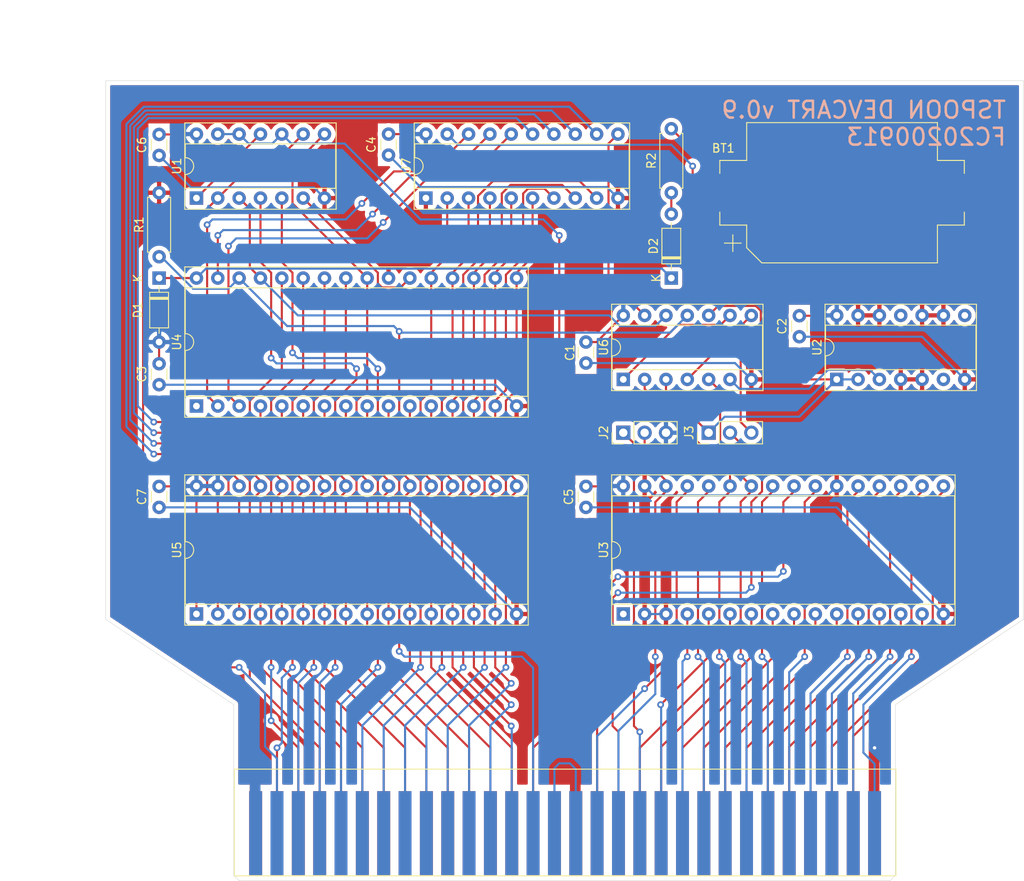
<source format=kicad_pcb>
(kicad_pcb (version 20171130) (host pcbnew 5.1.5+dfsg1-2build2)
  (layers (0 F.Cu signal) (31 B.Cu signal) (34 B.Paste user) (35 F.Paste user) (36 B.SilkS user) (37 F.SilkS user) (38 B.Mask user) (39 F.Mask user) (44 Edge.Cuts user))
  (net 0 "")
  (net 1 GND)
  (net 2 /CPU_A11)
  (net 3 /CPU_A10)
  (net 4 /CPU_A9)
  (net 5 /CPU_A8)
  (net 6 /CPU_A7)
  (net 7 /CPU_A6)
  (net 8 /CPU_A5)
  (net 9 /CPU_A4)
  (net 10 /CPU_A3)
  (net 11 /CPU_A2)
  (net 12 /CPU_A1)
  (net 13 /CPU_A0)
  (net 14 /CPU_RnW)
  (net 15 /nIRQ)
  (net 16 /PPU_nRD)
  (net 17 /CIRAM_A10)
  (net 18 /PPU_A6)
  (net 19 /PPU_A5)
  (net 20 /PPU_A4)
  (net 21 /PPU_A3)
  (net 22 /PPU_A2)
  (net 23 /PPU_A1)
  (net 24 /PPU_A0)
  (net 25 /PPU_D0)
  (net 26 /PPU_D1)
  (net 27 /PPU_D2)
  (net 28 /PPU_D3)
  (net 29 VCC)
  (net 30 /M2)
  (net 31 /CPU_A12)
  (net 32 /CPU_A13)
  (net 33 /CPU_A14)
  (net 34 /CPU_D7)
  (net 35 /CPU_D6)
  (net 36 /CPU_D5)
  (net 37 /CPU_D4)
  (net 38 /CPU_D3)
  (net 39 /CPU_D2)
  (net 40 /CPU_D1)
  (net 41 /CPU_D0)
  (net 42 /nROMSEL)
  (net 43 /AUDIO_IN)
  (net 44 /PPU_nWR)
  (net 45 /CIRAM_nCE)
  (net 46 /PPU_A7)
  (net 47 /PPU_A8)
  (net 48 /PPU_A9)
  (net 49 /PPU_A10)
  (net 50 /PPU_A11)
  (net 51 /PPU_A12)
  (net 52 /PPU_A13)
  (net 53 /PPU_D7)
  (net 54 /PPU_D6)
  (net 55 /PPU_D5)
  (net 56 /PPU_D4)
  (net 57 /PRG_nWE)
  (net 58 /PRG_nOE)
  (net 59 /WRK_nCE)
  (net 60 "Net-(U2-Pad11)")
  (net 61 /MAP_D7)
  (net 62 /MAP_nD7)
  (net 63 "Net-(U3-Pad1)")
  (net 64 "Net-(U4-Pad1)")
  (net 65 /MAP_LE)
  (net 66 /MAP_D0)
  (net 67 /MAP_D1)
  (net 68 /MAP_D2)
  (net 69 /MAP_D3)
  (net 70 /MAP_D4)
  (net 71 /MAP_D5)
  (net 72 /MAP_D6)
  (net 73 "Net-(BT1-Pad1)")
  (net 74 /VBAT)
  (net 75 "Net-(D2-Pad2)")
  (net 76 /PPU_nA13)
  (net 77 /MAP_MIR)
  (net 78 "Net-(U2-Pad6)")
  (net 79 /A10_SEL)
  (net 80 /A11_SEL)
  (net 81 "Net-(U2-Pad8)")
  (net 82 "Net-(U1-Pad1)")
  (module Package_DIP:DIP-20_W7.62mm_Socket (layer F.Cu) (at 130.81 58.42 90)
    (fp_text reference U7 (at 3.81 -2.33 90) (layer F.SilkS))
    (fp_text value 74HC573)
    (pad 1 thru_hole rect (at 0 0 90) (size 1.6 1.6) (drill 0.8) (layers *.Cu *.Mask) (net 1 GND))
    (pad 11 thru_hole oval (at 7.62 22.86 90) (size 1.6 1.6) (drill 0.8) (layers *.Cu *.Mask) (net 65 /MAP_LE))
    (pad 2 thru_hole oval (at 0 2.54 90) (size 1.6 1.6) (drill 0.8) (layers *.Cu *.Mask) (net 34 /CPU_D7))
    (pad 12 thru_hole oval (at 7.62 20.32 90) (size 1.6 1.6) (drill 0.8) (layers *.Cu *.Mask) (net 66 /MAP_D0))
    (pad 3 thru_hole oval (at 0 5.08 90) (size 1.6 1.6) (drill 0.8) (layers *.Cu *.Mask) (net 35 /CPU_D6))
    (pad 13 thru_hole oval (at 7.62 17.78 90) (size 1.6 1.6) (drill 0.8) (layers *.Cu *.Mask) (net 67 /MAP_D1))
    (pad 4 thru_hole oval (at 0 7.62 90) (size 1.6 1.6) (drill 0.8) (layers *.Cu *.Mask) (net 36 /CPU_D5))
    (pad 14 thru_hole oval (at 7.62 15.24 90) (size 1.6 1.6) (drill 0.8) (layers *.Cu *.Mask) (net 68 /MAP_D2))
    (pad 5 thru_hole oval (at 0 10.16 90) (size 1.6 1.6) (drill 0.8) (layers *.Cu *.Mask) (net 37 /CPU_D4))
    (pad 15 thru_hole oval (at 7.62 12.7 90) (size 1.6 1.6) (drill 0.8) (layers *.Cu *.Mask) (net 69 /MAP_D3))
    (pad 6 thru_hole oval (at 0 12.7 90) (size 1.6 1.6) (drill 0.8) (layers *.Cu *.Mask) (net 38 /CPU_D3))
    (pad 16 thru_hole oval (at 7.62 10.16 90) (size 1.6 1.6) (drill 0.8) (layers *.Cu *.Mask) (net 70 /MAP_D4))
    (pad 7 thru_hole oval (at 0 15.24 90) (size 1.6 1.6) (drill 0.8) (layers *.Cu *.Mask) (net 39 /CPU_D2))
    (pad 17 thru_hole oval (at 7.62 7.62 90) (size 1.6 1.6) (drill 0.8) (layers *.Cu *.Mask) (net 71 /MAP_D5))
    (pad 8 thru_hole oval (at 0 17.78 90) (size 1.6 1.6) (drill 0.8) (layers *.Cu *.Mask) (net 40 /CPU_D1))
    (pad 18 thru_hole oval (at 7.62 5.08 90) (size 1.6 1.6) (drill 0.8) (layers *.Cu *.Mask) (net 72 /MAP_D6))
    (pad 9 thru_hole oval (at 0 20.32 90) (size 1.6 1.6) (drill 0.8) (layers *.Cu *.Mask) (net 41 /CPU_D0))
    (pad 19 thru_hole oval (at 7.62 2.54 90) (size 1.6 1.6) (drill 0.8) (layers *.Cu *.Mask) (net 61 /MAP_D7))
    (pad 10 thru_hole oval (at 0 22.86 90) (size 1.6 1.6) (drill 0.8) (layers *.Cu *.Mask) (net 1 GND))
    (pad 20 thru_hole oval (at 7.62 0 90) (size 1.6 1.6) (drill 0.8) (layers *.Cu *.Mask) (net 29 VCC))
  )
  (module Package_DIP:DIP-32_W15.24mm_Socket (layer F.Cu) (at 103.505 83.185 90)
    (fp_text reference U4 (at 7.62 -2.33 90) (layer F.SilkS))
    (fp_text value uPD431000A)
    (pad 1 thru_hole rect (at 0 0 90) (size 1.6 1.6) (drill 0.8) (layers *.Cu *.Mask) (net 64 "Net-(U4-Pad1)"))
    (pad 17 thru_hole oval (at 15.24 38.1 90) (size 1.6 1.6) (drill 0.8) (layers *.Cu *.Mask) (net 38 /CPU_D3))
    (pad 2 thru_hole oval (at 0 2.54 90) (size 1.6 1.6) (drill 0.8) (layers *.Cu *.Mask) (net 72 /MAP_D6))
    (pad 18 thru_hole oval (at 15.24 35.56 90) (size 1.6 1.6) (drill 0.8) (layers *.Cu *.Mask) (net 37 /CPU_D4))
    (pad 3 thru_hole oval (at 0 5.08 90) (size 1.6 1.6) (drill 0.8) (layers *.Cu *.Mask) (net 70 /MAP_D4))
    (pad 19 thru_hole oval (at 15.24 33.02 90) (size 1.6 1.6) (drill 0.8) (layers *.Cu *.Mask) (net 36 /CPU_D5))
    (pad 4 thru_hole oval (at 0 7.62 90) (size 1.6 1.6) (drill 0.8) (layers *.Cu *.Mask) (net 5 /CPU_A8))
    (pad 20 thru_hole oval (at 15.24 30.48 90) (size 1.6 1.6) (drill 0.8) (layers *.Cu *.Mask) (net 35 /CPU_D6))
    (pad 5 thru_hole oval (at 0 10.16 90) (size 1.6 1.6) (drill 0.8) (layers *.Cu *.Mask) (net 6 /CPU_A7))
    (pad 21 thru_hole oval (at 15.24 27.94 90) (size 1.6 1.6) (drill 0.8) (layers *.Cu *.Mask) (net 34 /CPU_D7))
    (pad 6 thru_hole oval (at 0 12.7 90) (size 1.6 1.6) (drill 0.8) (layers *.Cu *.Mask) (net 7 /CPU_A6))
    (pad 22 thru_hole oval (at 15.24 25.4 90) (size 1.6 1.6) (drill 0.8) (layers *.Cu *.Mask) (net 59 /WRK_nCE))
    (pad 7 thru_hole oval (at 0 15.24 90) (size 1.6 1.6) (drill 0.8) (layers *.Cu *.Mask) (net 8 /CPU_A5))
    (pad 23 thru_hole oval (at 15.24 22.86 90) (size 1.6 1.6) (drill 0.8) (layers *.Cu *.Mask) (net 1 GND))
    (pad 8 thru_hole oval (at 0 17.78 90) (size 1.6 1.6) (drill 0.8) (layers *.Cu *.Mask) (net 9 /CPU_A4))
    (pad 24 thru_hole oval (at 15.24 20.32 90) (size 1.6 1.6) (drill 0.8) (layers *.Cu *.Mask) (net 58 /PRG_nOE))
    (pad 9 thru_hole oval (at 0 20.32 90) (size 1.6 1.6) (drill 0.8) (layers *.Cu *.Mask) (net 10 /CPU_A3))
    (pad 25 thru_hole oval (at 15.24 17.78 90) (size 1.6 1.6) (drill 0.8) (layers *.Cu *.Mask) (net 31 /CPU_A12))
    (pad 10 thru_hole oval (at 0 22.86 90) (size 1.6 1.6) (drill 0.8) (layers *.Cu *.Mask) (net 11 /CPU_A2))
    (pad 26 thru_hole oval (at 15.24 15.24 90) (size 1.6 1.6) (drill 0.8) (layers *.Cu *.Mask) (net 2 /CPU_A11))
    (pad 11 thru_hole oval (at 0 25.4 90) (size 1.6 1.6) (drill 0.8) (layers *.Cu *.Mask) (net 12 /CPU_A1))
    (pad 27 thru_hole oval (at 15.24 12.7 90) (size 1.6 1.6) (drill 0.8) (layers *.Cu *.Mask) (net 3 /CPU_A10))
    (pad 12 thru_hole oval (at 0 27.94 90) (size 1.6 1.6) (drill 0.8) (layers *.Cu *.Mask) (net 13 /CPU_A0))
    (pad 28 thru_hole oval (at 15.24 10.16 90) (size 1.6 1.6) (drill 0.8) (layers *.Cu *.Mask) (net 4 /CPU_A9))
    (pad 13 thru_hole oval (at 0 30.48 90) (size 1.6 1.6) (drill 0.8) (layers *.Cu *.Mask) (net 41 /CPU_D0))
    (pad 29 thru_hole oval (at 15.24 7.62 90) (size 1.6 1.6) (drill 0.8) (layers *.Cu *.Mask) (net 57 /PRG_nWE))
    (pad 14 thru_hole oval (at 0 33.02 90) (size 1.6 1.6) (drill 0.8) (layers *.Cu *.Mask) (net 40 /CPU_D1))
    (pad 30 thru_hole oval (at 15.24 5.08 90) (size 1.6 1.6) (drill 0.8) (layers *.Cu *.Mask) (net 42 /nROMSEL))
    (pad 15 thru_hole oval (at 0 35.56 90) (size 1.6 1.6) (drill 0.8) (layers *.Cu *.Mask) (net 39 /CPU_D2))
    (pad 31 thru_hole oval (at 15.24 2.54 90) (size 1.6 1.6) (drill 0.8) (layers *.Cu *.Mask) (net 71 /MAP_D5))
    (pad 16 thru_hole oval (at 0 38.1 90) (size 1.6 1.6) (drill 0.8) (layers *.Cu *.Mask) (net 1 GND))
    (pad 32 thru_hole oval (at 15.24 0 90) (size 1.6 1.6) (drill 0.8) (layers *.Cu *.Mask) (net 74 /VBAT))
  )
  (module Package_DIP:DIP-32_W15.24mm_Socket (layer F.Cu) (at 154.305 107.95 90)
    (fp_text reference U3 (at 7.62 -2.33 90) (layer F.SilkS))
    (fp_text value uPD431000A)
    (pad 1 thru_hole rect (at 0 0 90) (size 1.6 1.6) (drill 0.8) (layers *.Cu *.Mask) (net 63 "Net-(U3-Pad1)"))
    (pad 17 thru_hole oval (at 15.24 38.1 90) (size 1.6 1.6) (drill 0.8) (layers *.Cu *.Mask) (net 28 /PPU_D3))
    (pad 2 thru_hole oval (at 0 2.54 90) (size 1.6 1.6) (drill 0.8) (layers *.Cu *.Mask) (net 1 GND))
    (pad 18 thru_hole oval (at 15.24 35.56 90) (size 1.6 1.6) (drill 0.8) (layers *.Cu *.Mask) (net 56 /PPU_D4))
    (pad 3 thru_hole oval (at 0 5.08 90) (size 1.6 1.6) (drill 0.8) (layers *.Cu *.Mask) (net 1 GND))
    (pad 19 thru_hole oval (at 15.24 33.02 90) (size 1.6 1.6) (drill 0.8) (layers *.Cu *.Mask) (net 55 /PPU_D5))
    (pad 4 thru_hole oval (at 0 7.62 90) (size 1.6 1.6) (drill 0.8) (layers *.Cu *.Mask) (net 47 /PPU_A8))
    (pad 20 thru_hole oval (at 15.24 30.48 90) (size 1.6 1.6) (drill 0.8) (layers *.Cu *.Mask) (net 54 /PPU_D6))
    (pad 5 thru_hole oval (at 0 10.16 90) (size 1.6 1.6) (drill 0.8) (layers *.Cu *.Mask) (net 46 /PPU_A7))
    (pad 21 thru_hole oval (at 15.24 27.94 90) (size 1.6 1.6) (drill 0.8) (layers *.Cu *.Mask) (net 53 /PPU_D7))
    (pad 6 thru_hole oval (at 0 12.7 90) (size 1.6 1.6) (drill 0.8) (layers *.Cu *.Mask) (net 18 /PPU_A6))
    (pad 22 thru_hole oval (at 15.24 25.4 90) (size 1.6 1.6) (drill 0.8) (layers *.Cu *.Mask) (net 1 GND))
    (pad 7 thru_hole oval (at 0 15.24 90) (size 1.6 1.6) (drill 0.8) (layers *.Cu *.Mask) (net 19 /PPU_A5))
    (pad 23 thru_hole oval (at 15.24 22.86 90) (size 1.6 1.6) (drill 0.8) (layers *.Cu *.Mask) (net 52 /PPU_A13))
    (pad 8 thru_hole oval (at 0 17.78 90) (size 1.6 1.6) (drill 0.8) (layers *.Cu *.Mask) (net 20 /PPU_A4))
    (pad 24 thru_hole oval (at 15.24 20.32 90) (size 1.6 1.6) (drill 0.8) (layers *.Cu *.Mask) (net 16 /PPU_nRD))
    (pad 9 thru_hole oval (at 0 20.32 90) (size 1.6 1.6) (drill 0.8) (layers *.Cu *.Mask) (net 21 /PPU_A3))
    (pad 25 thru_hole oval (at 15.24 17.78 90) (size 1.6 1.6) (drill 0.8) (layers *.Cu *.Mask) (net 51 /PPU_A12))
    (pad 10 thru_hole oval (at 0 22.86 90) (size 1.6 1.6) (drill 0.8) (layers *.Cu *.Mask) (net 22 /PPU_A2))
    (pad 26 thru_hole oval (at 15.24 15.24 90) (size 1.6 1.6) (drill 0.8) (layers *.Cu *.Mask) (net 50 /PPU_A11))
    (pad 11 thru_hole oval (at 0 25.4 90) (size 1.6 1.6) (drill 0.8) (layers *.Cu *.Mask) (net 23 /PPU_A1))
    (pad 27 thru_hole oval (at 15.24 12.7 90) (size 1.6 1.6) (drill 0.8) (layers *.Cu *.Mask) (net 49 /PPU_A10))
    (pad 12 thru_hole oval (at 0 27.94 90) (size 1.6 1.6) (drill 0.8) (layers *.Cu *.Mask) (net 24 /PPU_A0))
    (pad 28 thru_hole oval (at 15.24 10.16 90) (size 1.6 1.6) (drill 0.8) (layers *.Cu *.Mask) (net 48 /PPU_A9))
    (pad 13 thru_hole oval (at 0 30.48 90) (size 1.6 1.6) (drill 0.8) (layers *.Cu *.Mask) (net 25 /PPU_D0))
    (pad 29 thru_hole oval (at 15.24 7.62 90) (size 1.6 1.6) (drill 0.8) (layers *.Cu *.Mask) (net 44 /PPU_nWR))
    (pad 14 thru_hole oval (at 0 33.02 90) (size 1.6 1.6) (drill 0.8) (layers *.Cu *.Mask) (net 26 /PPU_D1))
    (pad 30 thru_hole oval (at 15.24 5.08 90) (size 1.6 1.6) (drill 0.8) (layers *.Cu *.Mask) (net 45 /CIRAM_nCE))
    (pad 15 thru_hole oval (at 0 35.56 90) (size 1.6 1.6) (drill 0.8) (layers *.Cu *.Mask) (net 27 /PPU_D2))
    (pad 31 thru_hole oval (at 15.24 2.54 90) (size 1.6 1.6) (drill 0.8) (layers *.Cu *.Mask) (net 1 GND))
    (pad 16 thru_hole oval (at 0 38.1 90) (size 1.6 1.6) (drill 0.8) (layers *.Cu *.Mask) (net 1 GND))
    (pad 32 thru_hole oval (at 15.24 0 90) (size 1.6 1.6) (drill 0.8) (layers *.Cu *.Mask) (net 29 VCC))
  )
  (module Package_DIP:DIP-32_W15.24mm_Socket (layer F.Cu) (at 103.505 107.95 90)
    (fp_text reference U5 (at 7.62 -2.33 90) (layer F.SilkS))
    (fp_text value SST39SF040)
    (pad 32 thru_hole oval (at 15.24 0 90) (size 1.6 1.6) (drill 0.8) (layers *.Cu *.Mask) (net 29 VCC))
    (pad 16 thru_hole oval (at 0 38.1 90) (size 1.6 1.6) (drill 0.8) (layers *.Cu *.Mask) (net 1 GND))
    (pad 31 thru_hole oval (at 15.24 2.54 90) (size 1.6 1.6) (drill 0.8) (layers *.Cu *.Mask) (net 29 VCC))
    (pad 15 thru_hole oval (at 0 35.56 90) (size 1.6 1.6) (drill 0.8) (layers *.Cu *.Mask) (net 39 /CPU_D2))
    (pad 30 thru_hole oval (at 15.24 5.08 90) (size 1.6 1.6) (drill 0.8) (layers *.Cu *.Mask) (net 68 /MAP_D2))
    (pad 14 thru_hole oval (at 0 33.02 90) (size 1.6 1.6) (drill 0.8) (layers *.Cu *.Mask) (net 40 /CPU_D1))
    (pad 29 thru_hole oval (at 15.24 7.62 90) (size 1.6 1.6) (drill 0.8) (layers *.Cu *.Mask) (net 4 /CPU_A9))
    (pad 13 thru_hole oval (at 0 30.48 90) (size 1.6 1.6) (drill 0.8) (layers *.Cu *.Mask) (net 41 /CPU_D0))
    (pad 28 thru_hole oval (at 15.24 10.16 90) (size 1.6 1.6) (drill 0.8) (layers *.Cu *.Mask) (net 3 /CPU_A10))
    (pad 12 thru_hole oval (at 0 27.94 90) (size 1.6 1.6) (drill 0.8) (layers *.Cu *.Mask) (net 13 /CPU_A0))
    (pad 27 thru_hole oval (at 15.24 12.7 90) (size 1.6 1.6) (drill 0.8) (layers *.Cu *.Mask) (net 2 /CPU_A11))
    (pad 11 thru_hole oval (at 0 25.4 90) (size 1.6 1.6) (drill 0.8) (layers *.Cu *.Mask) (net 12 /CPU_A1))
    (pad 26 thru_hole oval (at 15.24 15.24 90) (size 1.6 1.6) (drill 0.8) (layers *.Cu *.Mask) (net 31 /CPU_A12))
    (pad 10 thru_hole oval (at 0 22.86 90) (size 1.6 1.6) (drill 0.8) (layers *.Cu *.Mask) (net 11 /CPU_A2))
    (pad 25 thru_hole oval (at 15.24 17.78 90) (size 1.6 1.6) (drill 0.8) (layers *.Cu *.Mask) (net 32 /CPU_A13))
    (pad 9 thru_hole oval (at 0 20.32 90) (size 1.6 1.6) (drill 0.8) (layers *.Cu *.Mask) (net 10 /CPU_A3))
    (pad 24 thru_hole oval (at 15.24 20.32 90) (size 1.6 1.6) (drill 0.8) (layers *.Cu *.Mask) (net 58 /PRG_nOE))
    (pad 8 thru_hole oval (at 0 17.78 90) (size 1.6 1.6) (drill 0.8) (layers *.Cu *.Mask) (net 9 /CPU_A4))
    (pad 23 thru_hole oval (at 15.24 22.86 90) (size 1.6 1.6) (drill 0.8) (layers *.Cu *.Mask) (net 33 /CPU_A14))
    (pad 7 thru_hole oval (at 0 15.24 90) (size 1.6 1.6) (drill 0.8) (layers *.Cu *.Mask) (net 8 /CPU_A5))
    (pad 22 thru_hole oval (at 15.24 25.4 90) (size 1.6 1.6) (drill 0.8) (layers *.Cu *.Mask) (net 42 /nROMSEL))
    (pad 6 thru_hole oval (at 0 12.7 90) (size 1.6 1.6) (drill 0.8) (layers *.Cu *.Mask) (net 7 /CPU_A6))
    (pad 21 thru_hole oval (at 15.24 27.94 90) (size 1.6 1.6) (drill 0.8) (layers *.Cu *.Mask) (net 34 /CPU_D7))
    (pad 5 thru_hole oval (at 0 10.16 90) (size 1.6 1.6) (drill 0.8) (layers *.Cu *.Mask) (net 6 /CPU_A7))
    (pad 20 thru_hole oval (at 15.24 30.48 90) (size 1.6 1.6) (drill 0.8) (layers *.Cu *.Mask) (net 35 /CPU_D6))
    (pad 4 thru_hole oval (at 0 7.62 90) (size 1.6 1.6) (drill 0.8) (layers *.Cu *.Mask) (net 5 /CPU_A8))
    (pad 19 thru_hole oval (at 15.24 33.02 90) (size 1.6 1.6) (drill 0.8) (layers *.Cu *.Mask) (net 36 /CPU_D5))
    (pad 3 thru_hole oval (at 0 5.08 90) (size 1.6 1.6) (drill 0.8) (layers *.Cu *.Mask) (net 69 /MAP_D3))
    (pad 18 thru_hole oval (at 15.24 35.56 90) (size 1.6 1.6) (drill 0.8) (layers *.Cu *.Mask) (net 37 /CPU_D4))
    (pad 2 thru_hole oval (at 0 2.54 90) (size 1.6 1.6) (drill 0.8) (layers *.Cu *.Mask) (net 67 /MAP_D1))
    (pad 17 thru_hole oval (at 15.24 38.1 90) (size 1.6 1.6) (drill 0.8) (layers *.Cu *.Mask) (net 38 /CPU_D3))
    (pad 1 thru_hole rect (at 0 0 90) (size 1.6 1.6) (drill 0.8) (layers *.Cu *.Mask) (net 66 /MAP_D0))
  )
  (module famifootprint:famicom_cart (layer F.Cu) (at 113.090001 139.125001)
    (fp_text reference J1 hide)
    (fp_text value Conn_Famicom_Cart)
    (pad 1 connect rect (at -2.54 -5.08) (size 1.54 10) (layers F.Cu) (net 1 GND))
    (pad 2 connect rect (at 0 -5.08) (size 1.54 10) (layers F.Cu) (net 2 /CPU_A11))
    (pad 3 connect rect (at 2.54 -5.08) (size 1.54 10) (layers F.Cu) (net 3 /CPU_A10))
    (pad 4 connect rect (at 5.08 -5.08) (size 1.54 10) (layers F.Cu) (net 4 /CPU_A9))
    (pad 5 connect rect (at 7.62 -5.08) (size 1.54 10) (layers F.Cu) (net 5 /CPU_A8))
    (pad 6 connect rect (at 10.16 -5.08) (size 1.54 10) (layers F.Cu) (net 6 /CPU_A7))
    (pad 7 connect rect (at 12.7 -5.08) (size 1.54 10) (layers F.Cu) (net 7 /CPU_A6))
    (pad 8 connect rect (at 15.24 -5.08) (size 1.54 10) (layers F.Cu) (net 8 /CPU_A5))
    (pad 9 connect rect (at 17.78 -5.08) (size 1.54 10) (layers F.Cu) (net 9 /CPU_A4))
    (pad 10 connect rect (at 20.32 -5.08) (size 1.54 10) (layers F.Cu) (net 10 /CPU_A3))
    (pad 11 connect rect (at 22.86 -5.08) (size 1.54 10) (layers F.Cu) (net 11 /CPU_A2))
    (pad 12 connect rect (at 25.4 -5.08) (size 1.54 10) (layers F.Cu) (net 12 /CPU_A1))
    (pad 13 connect rect (at 27.94 -5.08) (size 1.54 10) (layers F.Cu) (net 13 /CPU_A0))
    (pad 14 connect rect (at 30.48 -5.08) (size 1.54 10) (layers F.Cu) (net 14 /CPU_RnW))
    (pad 15 connect rect (at 33.02 -5.08) (size 1.54 10) (layers F.Cu) (net 15 /nIRQ))
    (pad 16 connect rect (at 35.56 -5.08) (size 1.54 10) (layers F.Cu) (net 1 GND))
    (pad 17 connect rect (at 38.1 -5.08) (size 1.54 10) (layers F.Cu) (net 16 /PPU_nRD))
    (pad 18 connect rect (at 40.64 -5.08) (size 1.54 10) (layers F.Cu) (net 17 /CIRAM_A10))
    (pad 19 connect rect (at 43.18 -5.08) (size 1.54 10) (layers F.Cu) (net 18 /PPU_A6))
    (pad 20 connect rect (at 45.72 -5.08) (size 1.54 10) (layers F.Cu) (net 19 /PPU_A5))
    (pad 21 connect rect (at 48.26 -5.08) (size 1.54 10) (layers F.Cu) (net 20 /PPU_A4))
    (pad 22 connect rect (at 50.8 -5.08) (size 1.54 10) (layers F.Cu) (net 21 /PPU_A3))
    (pad 23 connect rect (at 53.34 -5.08) (size 1.54 10) (layers F.Cu) (net 22 /PPU_A2))
    (pad 24 connect rect (at 55.88 -5.08) (size 1.54 10) (layers F.Cu) (net 23 /PPU_A1))
    (pad 25 connect rect (at 58.42 -5.08) (size 1.54 10) (layers F.Cu) (net 24 /PPU_A0))
    (pad 26 connect rect (at 60.96 -5.08) (size 1.54 10) (layers F.Cu) (net 25 /PPU_D0))
    (pad 27 connect rect (at 63.5 -5.08) (size 1.54 10) (layers F.Cu) (net 26 /PPU_D1))
    (pad 28 connect rect (at 66.04 -5.08) (size 1.54 10) (layers F.Cu) (net 27 /PPU_D2))
    (pad 29 connect rect (at 68.58 -5.08) (size 1.54 10) (layers F.Cu) (net 28 /PPU_D3))
    (pad 30 connect rect (at 71.12 -5.08) (size 1.54 10) (layers F.Cu) (net 29 VCC))
    (pad 31 connect rect (at -2.54 -5.08) (size 1.54 10) (layers B.Cu) (net 29 VCC))
    (pad 32 connect rect (at 0 -5.08) (size 1.54 10) (layers B.Cu) (net 30 /M2))
    (pad 33 connect rect (at 2.54 -5.08) (size 1.54 10) (layers B.Cu) (net 31 /CPU_A12))
    (pad 34 connect rect (at 5.08 -5.08) (size 1.54 10) (layers B.Cu) (net 32 /CPU_A13))
    (pad 35 connect rect (at 7.62 -5.08) (size 1.54 10) (layers B.Cu) (net 33 /CPU_A14))
    (pad 36 connect rect (at 10.16 -5.08) (size 1.54 10) (layers B.Cu) (net 34 /CPU_D7))
    (pad 37 connect rect (at 12.7 -5.08) (size 1.54 10) (layers B.Cu) (net 35 /CPU_D6))
    (pad 38 connect rect (at 15.24 -5.08) (size 1.54 10) (layers B.Cu) (net 36 /CPU_D5))
    (pad 39 connect rect (at 17.78 -5.08) (size 1.54 10) (layers B.Cu) (net 37 /CPU_D4))
    (pad 40 connect rect (at 20.32 -5.08) (size 1.54 10) (layers B.Cu) (net 38 /CPU_D3))
    (pad 41 connect rect (at 22.86 -5.08) (size 1.54 10) (layers B.Cu) (net 39 /CPU_D2))
    (pad 42 connect rect (at 25.4 -5.08) (size 1.54 10) (layers B.Cu) (net 40 /CPU_D1))
    (pad 43 connect rect (at 27.94 -5.08) (size 1.54 10) (layers B.Cu) (net 41 /CPU_D0))
    (pad 44 connect rect (at 30.48 -5.08) (size 1.54 10) (layers B.Cu) (net 42 /nROMSEL))
    (pad 45 connect rect (at 33.02 -5.08) (size 1.54 10) (layers B.Cu) (net 43 /AUDIO_IN))
    (pad 46 connect rect (at 35.56 -5.08) (size 1.54 10) (layers B.Cu) (net 43 /AUDIO_IN))
    (pad 47 connect rect (at 38.1 -5.08) (size 1.54 10) (layers B.Cu) (net 44 /PPU_nWR))
    (pad 48 connect rect (at 40.64 -5.08) (size 1.54 10) (layers B.Cu) (net 45 /CIRAM_nCE))
    (pad 49 connect rect (at 43.18 -5.08) (size 1.54 10) (layers B.Cu) (net 76 /PPU_nA13))
    (pad 50 connect rect (at 45.72 -5.08) (size 1.54 10) (layers B.Cu) (net 46 /PPU_A7))
    (pad 51 connect rect (at 48.26 -5.08) (size 1.54 10) (layers B.Cu) (net 47 /PPU_A8))
    (pad 52 connect rect (at 50.8 -5.08) (size 1.54 10) (layers B.Cu) (net 48 /PPU_A9))
    (pad 53 connect rect (at 53.34 -5.08) (size 1.54 10) (layers B.Cu) (net 49 /PPU_A10))
    (pad 54 connect rect (at 55.88 -5.08) (size 1.54 10) (layers B.Cu) (net 50 /PPU_A11))
    (pad 55 connect rect (at 58.42 -5.08) (size 1.54 10) (layers B.Cu) (net 51 /PPU_A12))
    (pad 56 connect rect (at 60.96 -5.08) (size 1.54 10) (layers B.Cu) (net 52 /PPU_A13))
    (pad 57 connect rect (at 63.5 -5.08) (size 1.54 10) (layers B.Cu) (net 53 /PPU_D7))
    (pad 58 connect rect (at 66.04 -5.08) (size 1.54 10) (layers B.Cu) (net 54 /PPU_D6))
    (pad 59 connect rect (at 68.58 -5.08) (size 1.54 10) (layers B.Cu) (net 55 /PPU_D5))
    (pad 60 connect rect (at 71.12 -5.08) (size 1.54 10) (layers B.Cu) (net 56 /PPU_D4))
  )
  (module Package_DIP:DIP-14_W7.62mm_Socket (layer F.Cu) (at 103.505 58.42 90)
    (fp_text reference U1 (at 3.81 -2.33 90) (layer F.SilkS))
    (fp_text value 74HC00)
    (pad 1 thru_hole rect (at 0 0 90) (size 1.6 1.6) (drill 0.8) (layers *.Cu *.Mask) (net 82 "Net-(U1-Pad1)"))
    (pad 8 thru_hole oval (at 7.62 15.24 90) (size 1.6 1.6) (drill 0.8) (layers *.Cu *.Mask) (net 58 /PRG_nOE))
    (pad 2 thru_hole oval (at 0 2.54 90) (size 1.6 1.6) (drill 0.8) (layers *.Cu *.Mask) (net 30 /M2))
    (pad 9 thru_hole oval (at 7.62 12.7 90) (size 1.6 1.6) (drill 0.8) (layers *.Cu *.Mask) (net 30 /M2))
    (pad 3 thru_hole oval (at 0 5.08 90) (size 1.6 1.6) (drill 0.8) (layers *.Cu *.Mask) (net 57 /PRG_nWE))
    (pad 10 thru_hole oval (at 7.62 10.16 90) (size 1.6 1.6) (drill 0.8) (layers *.Cu *.Mask) (net 14 /CPU_RnW))
    (pad 4 thru_hole oval (at 0 7.62 90) (size 1.6 1.6) (drill 0.8) (layers *.Cu *.Mask) (net 32 /CPU_A13))
    (pad 11 thru_hole oval (at 7.62 7.62 90) (size 1.6 1.6) (drill 0.8) (layers *.Cu *.Mask) (net 82 "Net-(U1-Pad1)"))
    (pad 5 thru_hole oval (at 0 10.16 90) (size 1.6 1.6) (drill 0.8) (layers *.Cu *.Mask) (net 33 /CPU_A14))
    (pad 12 thru_hole oval (at 7.62 5.08 90) (size 1.6 1.6) (drill 0.8) (layers *.Cu *.Mask) (net 14 /CPU_RnW))
    (pad 6 thru_hole oval (at 0 12.7 90) (size 1.6 1.6) (drill 0.8) (layers *.Cu *.Mask) (net 59 /WRK_nCE))
    (pad 13 thru_hole oval (at 7.62 2.54 90) (size 1.6 1.6) (drill 0.8) (layers *.Cu *.Mask) (net 14 /CPU_RnW))
    (pad 7 thru_hole oval (at 0 15.24 90) (size 1.6 1.6) (drill 0.8) (layers *.Cu *.Mask) (net 1 GND))
    (pad 14 thru_hole oval (at 7.62 0 90) (size 1.6 1.6) (drill 0.8) (layers *.Cu *.Mask) (net 29 VCC))
  )
  (module Package_DIP:DIP-14_W7.62mm_Socket (layer F.Cu) (at 179.705 80.01 90)
    (fp_text reference U2 (at 3.81 -2.33 90) (layer F.SilkS))
    (fp_text value 74HC00)
    (pad 14 thru_hole oval (at 7.62 0 90) (size 1.6 1.6) (drill 0.8) (layers *.Cu *.Mask) (net 29 VCC))
    (pad 7 thru_hole oval (at 0 15.24 90) (size 1.6 1.6) (drill 0.8) (layers *.Cu *.Mask) (net 1 GND))
    (pad 13 thru_hole oval (at 7.62 2.54 90) (size 1.6 1.6) (drill 0.8) (layers *.Cu *.Mask) (net 1 GND))
    (pad 6 thru_hole oval (at 0 12.7 90) (size 1.6 1.6) (drill 0.8) (layers *.Cu *.Mask) (net 78 "Net-(U2-Pad6)"))
    (pad 12 thru_hole oval (at 7.62 5.08 90) (size 1.6 1.6) (drill 0.8) (layers *.Cu *.Mask) (net 1 GND))
    (pad 5 thru_hole oval (at 0 10.16 90) (size 1.6 1.6) (drill 0.8) (layers *.Cu *.Mask) (net 1 GND))
    (pad 11 thru_hole oval (at 7.62 7.62 90) (size 1.6 1.6) (drill 0.8) (layers *.Cu *.Mask) (net 60 "Net-(U2-Pad11)"))
    (pad 4 thru_hole oval (at 0 7.62 90) (size 1.6 1.6) (drill 0.8) (layers *.Cu *.Mask) (net 1 GND))
    (pad 10 thru_hole oval (at 7.62 10.16 90) (size 1.6 1.6) (drill 0.8) (layers *.Cu *.Mask) (net 1 GND))
    (pad 3 thru_hole oval (at 0 5.08 90) (size 1.6 1.6) (drill 0.8) (layers *.Cu *.Mask) (net 62 /MAP_nD7))
    (pad 9 thru_hole oval (at 7.62 12.7 90) (size 1.6 1.6) (drill 0.8) (layers *.Cu *.Mask) (net 1 GND))
    (pad 2 thru_hole oval (at 0 2.54 90) (size 1.6 1.6) (drill 0.8) (layers *.Cu *.Mask) (net 61 /MAP_D7))
    (pad 8 thru_hole oval (at 7.62 15.24 90) (size 1.6 1.6) (drill 0.8) (layers *.Cu *.Mask) (net 81 "Net-(U2-Pad8)"))
    (pad 1 thru_hole rect (at 0 0 90) (size 1.6 1.6) (drill 0.8) (layers *.Cu *.Mask) (net 61 /MAP_D7))
  )
  (module Package_DIP:DIP-14_W7.62mm_Socket (layer F.Cu) (at 154.305 80.01 90)
    (fp_text reference U6 (at 3.81 -2.33 90) (layer F.SilkS))
    (fp_text value 74HC02)
    (pad 1 thru_hole rect (at 0 0 90) (size 1.6 1.6) (drill 0.8) (layers *.Cu *.Mask) (net 79 /A10_SEL))
    (pad 8 thru_hole oval (at 7.62 15.24 90) (size 1.6 1.6) (drill 0.8) (layers *.Cu *.Mask) (net 80 /A11_SEL))
    (pad 2 thru_hole oval (at 0 2.54 90) (size 1.6 1.6) (drill 0.8) (layers *.Cu *.Mask) (net 49 /PPU_A10))
    (pad 9 thru_hole oval (at 7.62 12.7 90) (size 1.6 1.6) (drill 0.8) (layers *.Cu *.Mask) (net 79 /A10_SEL))
    (pad 3 thru_hole oval (at 0 5.08 90) (size 1.6 1.6) (drill 0.8) (layers *.Cu *.Mask) (net 61 /MAP_D7))
    (pad 10 thru_hole oval (at 7.62 10.16 90) (size 1.6 1.6) (drill 0.8) (layers *.Cu *.Mask) (net 77 /MAP_MIR))
    (pad 4 thru_hole oval (at 0 7.62 90) (size 1.6 1.6) (drill 0.8) (layers *.Cu *.Mask) (net 80 /A11_SEL))
    (pad 11 thru_hole oval (at 7.62 7.62 90) (size 1.6 1.6) (drill 0.8) (layers *.Cu *.Mask) (net 42 /nROMSEL))
    (pad 5 thru_hole oval (at 0 10.16 90) (size 1.6 1.6) (drill 0.8) (layers *.Cu *.Mask) (net 50 /PPU_A11))
    (pad 12 thru_hole oval (at 7.62 5.08 90) (size 1.6 1.6) (drill 0.8) (layers *.Cu *.Mask) (net 57 /PRG_nWE))
    (pad 6 thru_hole oval (at 0 12.7 90) (size 1.6 1.6) (drill 0.8) (layers *.Cu *.Mask) (net 62 /MAP_nD7))
    (pad 13 thru_hole oval (at 7.62 2.54 90) (size 1.6 1.6) (drill 0.8) (layers *.Cu *.Mask) (net 65 /MAP_LE))
    (pad 7 thru_hole oval (at 0 15.24 90) (size 1.6 1.6) (drill 0.8) (layers *.Cu *.Mask) (net 1 GND))
    (pad 14 thru_hole oval (at 7.62 0 90) (size 1.6 1.6) (drill 0.8) (layers *.Cu *.Mask) (net 29 VCC))
  )
  (module Battery:BatteryHolder_Keystone_1060_1x2032 (layer F.Cu) (at 180.34 57.785)
    (fp_text reference BT1 (at -14.125 -5.3) (layer F.SilkS))
    (fp_text value Battery_Cell)
    (pad 2 smd rect (at 14.65 0 180) (size 2.6 3.6) (layers F.Cu F.Paste F.Mask) (net 1 GND))
    (pad 1 smd rect (at -14.65 0 180) (size 2.6 3.6) (layers F.Cu F.Paste F.Mask) (net 73 "Net-(BT1-Pad1)"))
  )
  (module Diode_THT:D_DO-35_SOD27_P7.62mm_Horizontal (layer F.Cu) (at 99.06 67.945 270)
    (fp_text reference D1 (at 3.81 2.54 90) (layer F.SilkS))
    (fp_text value 1N4148)
    (fp_text user K (at 0 2.54 90) (layer F.SilkS))
    (pad 2 thru_hole oval (at 7.62 0 270) (size 1.6 1.6) (drill 0.8) (layers *.Cu *.Mask) (net 29 VCC))
    (pad 1 thru_hole rect (at 0 0 270) (size 1.6 1.6) (drill 0.8) (layers *.Cu *.Mask) (net 74 /VBAT))
  )
  (module Diode_THT:D_DO-35_SOD27_P7.62mm_Horizontal (layer F.Cu) (at 160.02 67.945 90)
    (fp_text reference D2 (at 3.81 -2.12 90) (layer F.SilkS))
    (fp_text value 1N4148)
    (fp_text user K (at 0 -1.8 90) (layer F.SilkS))
    (pad 1 thru_hole rect (at 0 0 90) (size 1.6 1.6) (drill 0.8) (layers *.Cu *.Mask) (net 74 /VBAT))
    (pad 2 thru_hole oval (at 7.62 0 90) (size 1.6 1.6) (drill 0.8) (layers *.Cu *.Mask) (net 75 "Net-(D2-Pad2)"))
  )
  (module Resistor_THT:R_Axial_DIN0207_L6.3mm_D2.5mm_P7.62mm_Horizontal (layer F.Cu) (at 99.06 65.405 90)
    (fp_text reference R1 (at 3.81 -2.37 90) (layer F.SilkS))
    (fp_text value R10k)
    (pad 1 thru_hole circle (at 0 0 90) (size 1.6 1.6) (drill 0.8) (layers *.Cu *.Mask) (net 42 /nROMSEL))
    (pad 2 thru_hole oval (at 7.62 0 90) (size 1.6 1.6) (drill 0.8) (layers *.Cu *.Mask) (net 1 GND))
  )
  (module Resistor_THT:R_Axial_DIN0207_L6.3mm_D2.5mm_P7.62mm_Horizontal (layer F.Cu) (at 160.02 57.785 90)
    (fp_text reference R2 (at 3.81 -2.37 90) (layer F.SilkS))
    (fp_text value R1k)
    (pad 2 thru_hole oval (at 7.62 0 90) (size 1.6 1.6) (drill 0.8) (layers *.Cu *.Mask) (net 73 "Net-(BT1-Pad1)"))
    (pad 1 thru_hole circle (at 0 0 90) (size 1.6 1.6) (drill 0.8) (layers *.Cu *.Mask) (net 75 "Net-(D2-Pad2)"))
  )
  (module Capacitor_THT:C_Disc_D3.0mm_W1.6mm_P2.50mm (layer F.Cu) (at 149.86 75.565 270)
    (fp_text reference C1 (at 1.27 1.905 90) (layer F.SilkS))
    (fp_text value 100nF)
    (pad 1 thru_hole circle (at 0 0 270) (size 1.6 1.6) (drill 0.8) (layers *.Cu *.Mask) (net 29 VCC))
    (pad 2 thru_hole circle (at 2.5 0 270) (size 1.6 1.6) (drill 0.8) (layers *.Cu *.Mask) (net 1 GND))
  )
  (module Capacitor_THT:C_Disc_D3.0mm_W1.6mm_P2.50mm (layer F.Cu) (at 175.26 74.93 90)
    (fp_text reference C2 (at 1.25 -2.05 90) (layer F.SilkS))
    (fp_text value 100nF)
    (pad 2 thru_hole circle (at 2.5 0 90) (size 1.6 1.6) (drill 0.8) (layers *.Cu *.Mask) (net 29 VCC))
    (pad 1 thru_hole circle (at 0 0 90) (size 1.6 1.6) (drill 0.8) (layers *.Cu *.Mask) (net 1 GND))
  )
  (module Capacitor_THT:C_Disc_D3.0mm_W1.6mm_P2.50mm (layer F.Cu) (at 99.06 80.645 90)
    (fp_text reference C3 (at 1.25 -2.05 90) (layer F.SilkS))
    (fp_text value 100nF)
    (pad 2 thru_hole circle (at 2.5 0 90) (size 1.6 1.6) (drill 0.8) (layers *.Cu *.Mask) (net 29 VCC))
    (pad 1 thru_hole circle (at 0 0 90) (size 1.6 1.6) (drill 0.8) (layers *.Cu *.Mask) (net 1 GND))
  )
  (module Capacitor_THT:C_Disc_D3.0mm_W1.6mm_P2.50mm (layer F.Cu) (at 126.365 53.3 90)
    (fp_text reference C4 (at 1.25 -2.05 90) (layer F.SilkS))
    (fp_text value 100nF)
    (pad 1 thru_hole circle (at 0 0 90) (size 1.6 1.6) (drill 0.8) (layers *.Cu *.Mask) (net 1 GND))
    (pad 2 thru_hole circle (at 2.5 0 90) (size 1.6 1.6) (drill 0.8) (layers *.Cu *.Mask) (net 29 VCC))
  )
  (module Capacitor_THT:C_Disc_D3.0mm_W1.6mm_P2.50mm (layer F.Cu) (at 149.86 95.25 90)
    (fp_text reference C5 (at 1.25 -2.05 90) (layer F.SilkS))
    (fp_text value 100nF)
    (pad 2 thru_hole circle (at 2.5 0 90) (size 1.6 1.6) (drill 0.8) (layers *.Cu *.Mask) (net 29 VCC))
    (pad 1 thru_hole circle (at 0 0 90) (size 1.6 1.6) (drill 0.8) (layers *.Cu *.Mask) (net 1 GND))
  )
  (module Capacitor_THT:C_Disc_D3.0mm_W1.6mm_P2.50mm (layer F.Cu) (at 99.06 53.34 90)
    (fp_text reference C6 (at 1.25 -2.05 90) (layer F.SilkS))
    (fp_text value 100nF)
    (pad 1 thru_hole circle (at 0 0 90) (size 1.6 1.6) (drill 0.8) (layers *.Cu *.Mask) (net 1 GND))
    (pad 2 thru_hole circle (at 2.5 0 90) (size 1.6 1.6) (drill 0.8) (layers *.Cu *.Mask) (net 29 VCC))
  )
  (module Capacitor_THT:C_Disc_D3.0mm_W1.6mm_P2.50mm (layer F.Cu) (at 99.06 95.25 90)
    (fp_text reference C7 (at 1.25 -2.05 90) (layer F.SilkS))
    (fp_text value 100nF)
    (pad 1 thru_hole circle (at 0 0 90) (size 1.6 1.6) (drill 0.8) (layers *.Cu *.Mask) (net 1 GND))
    (pad 2 thru_hole circle (at 2.5 0 90) (size 1.6 1.6) (drill 0.8) (layers *.Cu *.Mask) (net 29 VCC))
  )
  (module Connector_PinHeader_2.54mm:PinHeader_1x03_P2.54mm_Vertical (layer F.Cu) (at 154.305 86.36 90)
    (fp_text reference J2 (at 0 -2.33 90) (layer F.SilkS))
    (fp_text value Conn_01x03)
    (pad 1 thru_hole rect (at 0 0 90) (size 1.7 1.7) (drill 1) (layers *.Cu *.Mask) (net 76 /PPU_nA13))
    (pad 2 thru_hole oval (at 0 2.54 90) (size 1.7 1.7) (drill 1) (layers *.Cu *.Mask) (net 45 /CIRAM_nCE))
    (pad 3 thru_hole oval (at 0 5.08 90) (size 1.7 1.7) (drill 1) (layers *.Cu *.Mask) (net 29 VCC))
  )
  (module Connector_PinHeader_2.54mm:PinHeader_1x03_P2.54mm_Vertical (layer F.Cu) (at 164.465 86.36 90)
    (fp_text reference J3 (at 0 -2.33 90) (layer F.SilkS))
    (fp_text value Conn_01x03)
    (pad 3 thru_hole oval (at 0 5.08 90) (size 1.7 1.7) (drill 1) (layers *.Cu *.Mask) (net 77 /MAP_MIR))
    (pad 2 thru_hole oval (at 0 2.54 90) (size 1.7 1.7) (drill 1) (layers *.Cu *.Mask) (net 17 /CIRAM_A10))
    (pad 1 thru_hole rect (at 0 0 90) (size 1.7 1.7) (drill 1) (layers *.Cu *.Mask) (net 61 /MAP_D7))
  )
  (gr_text "TSPOON DEVCART v0.9\nFC20200913" (at 200.025 49.53) (layer B.SilkS) (effects (font (size 2 2) (thickness 0.3)) (justify left mirror)))
  (gr_line (start 201.93 44.45) (end 92.71 44.45) (layer Edge.Cuts) (width 0.05))
  (gr_line (start 201.93 108.585) (end 201.93 44.45) (layer Edge.Cuts) (width 0.05))
  (gr_line (start 92.71 108.585) (end 92.71 44.45) (layer Edge.Cuts) (width 0.05))
  (gr_line (start 186.69 118.745) (end 201.93 108.585) (layer Edge.Cuts) (width 0.05))
  (gr_line (start 107.95 118.745) (end 92.71 108.585) (layer Edge.Cuts) (width 0.05))
  (gr_line (start 186.69 139.065) (end 186.69 118.745) (layer Edge.Cuts) (width 0.05))
  (gr_line (start 107.95 139.065) (end 107.95 118.745) (layer Edge.Cuts) (width 0.05))
  (gr_line (start 186.055 139.7) (end 186.69 139.065) (layer Edge.Cuts) (width 0.05))
  (gr_line (start 108.585 139.7) (end 186.055 139.7) (layer Edge.Cuts) (width 0.05))
  (gr_line (start 107.95 139.065) (end 108.585 139.7) (layer Edge.Cuts) (width 0.05))
  (segment (start 128.905 95.25) (end 141.605 107.95) (width 0.25) (layer B.Cu) (net 1))
  (segment (start 99.06 95.25) (end 128.905 95.25) (width 0.25) (layer B.Cu) (net 1))
  (segment (start 179.705 95.25) (end 192.405 107.95) (width 0.25) (layer B.Cu) (net 1))
  (segment (start 149.86 95.25) (end 179.705 95.25) (width 0.25) (layer B.Cu) (net 1))
  (segment (start 139.065 80.645) (end 141.605 83.185) (width 0.25) (layer B.Cu) (net 1))
  (segment (start 99.06 80.645) (end 139.065 80.645) (width 0.25) (layer B.Cu) (net 1))
  (segment (start 189.865 74.93) (end 194.945 80.01) (width 0.25) (layer B.Cu) (net 1))
  (segment (start 175.26 74.93) (end 189.865 74.93) (width 0.25) (layer B.Cu) (net 1))
  (segment (start 167.6 78.065) (end 169.545 80.01) (width 0.25) (layer B.Cu) (net 1))
  (segment (start 149.86 78.065) (end 167.6 78.065) (width 0.25) (layer B.Cu) (net 1))
  (segment (start 156.845 107.95) (end 159.385 107.95) (width 0.25) (layer B.Cu) (net 1))
  (segment (start 99.06 53.34) (end 102.87 57.15) (width 0.25) (layer B.Cu) (net 1))
  (segment (start 117.475 57.15) (end 118.745 58.42) (width 0.25) (layer B.Cu) (net 1))
  (segment (start 102.87 57.15) (end 117.475 57.15) (width 0.25) (layer B.Cu) (net 1))
  (segment (start 156.845 107.95) (end 156.845 92.71) (width 0.25) (layer F.Cu) (net 1))
  (segment (start 178.579999 93.835001) (end 179.705 92.71) (width 0.25) (layer B.Cu) (net 1))
  (segment (start 157.970001 93.835001) (end 178.579999 93.835001) (width 0.25) (layer B.Cu) (net 1))
  (segment (start 156.845 92.71) (end 157.970001 93.835001) (width 0.25) (layer B.Cu) (net 1))
  (segment (start 148.650001 134.045001) (end 148.650001 126.425001) (width 0.25) (layer F.Cu) (net 1))
  (segment (start 152.36 57.11) (end 153.67 58.42) (width 0.25) (layer B.Cu) (net 1))
  (segment (start 130.175 57.11) (end 152.36 57.11) (width 0.25) (layer B.Cu) (net 1))
  (segment (start 126.365 53.3) (end 130.175 57.11) (width 0.25) (layer B.Cu) (net 1))
  (segment (start 110.550001 134.045001) (end 110.550001 126.425001) (width 0.25) (layer F.Cu) (net 1))
  (via (at 114.935 114.3) (size 0.8) (drill 0.4) (layers F.Cu B.Cu) (net 2))
  (segment (start 116.205 92.71) (end 116.205 92.075) (width 0.25) (layer F.Cu) (net 2))
  (segment (start 116.205 92.075) (end 114.935 90.805) (width 0.25) (layer F.Cu) (net 2))
  (segment (start 114.935 90.805) (end 114.935 82.55) (width 0.25) (layer F.Cu) (net 2))
  (segment (start 114.935 82.55) (end 118.745 78.74) (width 0.25) (layer F.Cu) (net 2))
  (segment (start 118.745 78.74) (end 118.745 67.945) (width 0.25) (layer F.Cu) (net 2))
  (segment (start 113.090001 134.045001) (end 113.090001 123.885001) (width 0.25) (layer F.Cu) (net 2))
  (via (at 113.090001 123.885001) (size 0.8) (drill 0.4) (layers F.Cu B.Cu) (net 2))
  (segment (start 113.090001 123.885001) (end 113.665 123.310002) (width 0.25) (layer B.Cu) (net 2))
  (segment (start 113.665 115.57) (end 114.935 114.3) (width 0.25) (layer B.Cu) (net 2))
  (segment (start 113.665 123.310002) (end 113.665 115.57) (width 0.25) (layer B.Cu) (net 2))
  (segment (start 114.935 114.3) (end 114.935 94.615) (width 0.25) (layer F.Cu) (net 2))
  (segment (start 116.205 93.345) (end 116.205 92.71) (width 0.25) (layer F.Cu) (net 2))
  (segment (start 114.935 94.615) (end 116.205 93.345) (width 0.25) (layer F.Cu) (net 2))
  (via (at 112.395 114.3) (size 0.8) (drill 0.4) (layers F.Cu B.Cu) (net 3))
  (segment (start 113.665 92.71) (end 113.665 92.075) (width 0.25) (layer F.Cu) (net 3))
  (segment (start 113.665 92.075) (end 112.395 90.805) (width 0.25) (layer F.Cu) (net 3))
  (segment (start 112.395 90.805) (end 112.395 82.55) (width 0.25) (layer F.Cu) (net 3))
  (segment (start 112.395 82.55) (end 116.205 78.74) (width 0.25) (layer F.Cu) (net 3))
  (segment (start 116.205 78.74) (end 116.205 67.945) (width 0.25) (layer F.Cu) (net 3))
  (segment (start 115.630001 134.045001) (end 115.630001 123.885001) (width 0.25) (layer F.Cu) (net 3))
  (segment (start 115.630001 123.885001) (end 112.395 120.65) (width 0.25) (layer F.Cu) (net 3))
  (via (at 112.395 120.65) (size 0.8) (drill 0.4) (layers F.Cu B.Cu) (net 3))
  (segment (start 112.395 114.3) (end 112.395 94.615) (width 0.25) (layer F.Cu) (net 3))
  (segment (start 113.665 93.345) (end 113.665 92.71) (width 0.25) (layer F.Cu) (net 3))
  (segment (start 112.395 94.615) (end 113.665 93.345) (width 0.25) (layer F.Cu) (net 3))
  (segment (start 112.395 120.65) (end 112.395 114.3) (width 0.25) (layer B.Cu) (net 3))
  (segment (start 111.125 92.71) (end 111.125 92.075) (width 0.25) (layer F.Cu) (net 4))
  (segment (start 111.125 92.075) (end 109.855 90.805) (width 0.25) (layer F.Cu) (net 4))
  (segment (start 109.855 90.805) (end 109.855 82.55) (width 0.25) (layer F.Cu) (net 4))
  (segment (start 109.855 82.55) (end 113.665 78.74) (width 0.25) (layer F.Cu) (net 4))
  (segment (start 113.665 78.74) (end 113.665 67.945) (width 0.25) (layer F.Cu) (net 4))
  (segment (start 111.125 93.345) (end 111.125 92.71) (width 0.25) (layer F.Cu) (net 4))
  (segment (start 118.170001 134.045001) (end 118.170001 123.885001) (width 0.25) (layer F.Cu) (net 4))
  (segment (start 118.170001 123.885001) (end 109.855 115.57) (width 0.25) (layer F.Cu) (net 4))
  (segment (start 109.855 115.57) (end 109.855 94.615) (width 0.25) (layer F.Cu) (net 4))
  (segment (start 109.855 94.615) (end 111.125 93.345) (width 0.25) (layer F.Cu) (net 4))
  (segment (start 120.710001 134.045001) (end 120.710001 123.885001) (width 0.25) (layer F.Cu) (net 5))
  (segment (start 120.710001 123.885001) (end 111.125 114.3) (width 0.25) (layer F.Cu) (net 5))
  (segment (start 111.125 114.3) (end 111.125 107.95) (width 0.25) (layer F.Cu) (net 5))
  (segment (start 111.125 107.95) (end 111.125 94.615) (width 0.25) (layer F.Cu) (net 5))
  (segment (start 111.125 94.615) (end 112.395 93.345) (width 0.25) (layer F.Cu) (net 5))
  (segment (start 112.395 93.345) (end 112.395 92.075) (width 0.25) (layer F.Cu) (net 5))
  (segment (start 112.395 92.075) (end 111.125 90.805) (width 0.25) (layer F.Cu) (net 5))
  (segment (start 111.125 90.805) (end 111.125 83.185) (width 0.25) (layer F.Cu) (net 5))
  (segment (start 123.250001 134.045001) (end 123.250001 123.885001) (width 0.25) (layer F.Cu) (net 6))
  (segment (start 113.665 114.3) (end 113.665 107.95) (width 0.25) (layer F.Cu) (net 6))
  (segment (start 123.250001 123.885001) (end 113.665 114.3) (width 0.25) (layer F.Cu) (net 6))
  (segment (start 113.665 107.95) (end 113.665 94.615) (width 0.25) (layer F.Cu) (net 6))
  (segment (start 113.665 94.615) (end 114.935 93.345) (width 0.25) (layer F.Cu) (net 6))
  (segment (start 114.935 93.345) (end 114.935 92.075) (width 0.25) (layer F.Cu) (net 6))
  (segment (start 114.935 92.075) (end 113.665 90.805) (width 0.25) (layer F.Cu) (net 6))
  (segment (start 113.665 90.805) (end 113.665 83.185) (width 0.25) (layer F.Cu) (net 6))
  (segment (start 125.790001 134.045001) (end 125.790001 123.885001) (width 0.25) (layer F.Cu) (net 7))
  (segment (start 116.205 114.3) (end 116.205 107.95) (width 0.25) (layer F.Cu) (net 7))
  (segment (start 125.790001 123.885001) (end 116.205 114.3) (width 0.25) (layer F.Cu) (net 7))
  (segment (start 116.205 107.95) (end 116.205 94.615) (width 0.25) (layer F.Cu) (net 7))
  (segment (start 116.205 94.615) (end 117.475 93.345) (width 0.25) (layer F.Cu) (net 7))
  (segment (start 117.475 93.345) (end 117.475 92.075) (width 0.25) (layer F.Cu) (net 7))
  (segment (start 117.475 92.075) (end 116.205 90.805) (width 0.25) (layer F.Cu) (net 7))
  (segment (start 116.205 90.805) (end 116.205 83.185) (width 0.25) (layer F.Cu) (net 7))
  (segment (start 128.330001 134.045001) (end 128.330001 123.885001) (width 0.25) (layer F.Cu) (net 8))
  (segment (start 118.745 114.3) (end 118.745 107.95) (width 0.25) (layer F.Cu) (net 8))
  (segment (start 128.330001 123.885001) (end 118.745 114.3) (width 0.25) (layer F.Cu) (net 8))
  (segment (start 118.745 107.95) (end 118.745 94.615) (width 0.25) (layer F.Cu) (net 8))
  (segment (start 118.745 94.615) (end 120.015 93.345) (width 0.25) (layer F.Cu) (net 8))
  (segment (start 120.015 93.345) (end 120.015 92.075) (width 0.25) (layer F.Cu) (net 8))
  (segment (start 120.015 92.075) (end 118.745 90.805) (width 0.25) (layer F.Cu) (net 8))
  (segment (start 118.745 90.805) (end 118.745 83.185) (width 0.25) (layer F.Cu) (net 8))
  (segment (start 130.870001 134.045001) (end 130.870001 123.885001) (width 0.25) (layer F.Cu) (net 9))
  (segment (start 121.285 114.3) (end 121.285 107.95) (width 0.25) (layer F.Cu) (net 9))
  (segment (start 130.870001 123.885001) (end 121.285 114.3) (width 0.25) (layer F.Cu) (net 9))
  (segment (start 121.285 107.95) (end 121.285 94.615) (width 0.25) (layer F.Cu) (net 9))
  (segment (start 121.285 94.615) (end 122.555 93.345) (width 0.25) (layer F.Cu) (net 9))
  (segment (start 122.555 93.345) (end 122.555 92.075) (width 0.25) (layer F.Cu) (net 9))
  (segment (start 122.555 92.075) (end 121.285 90.805) (width 0.25) (layer F.Cu) (net 9))
  (segment (start 121.285 90.805) (end 121.285 83.185) (width 0.25) (layer F.Cu) (net 9))
  (segment (start 133.410001 134.045001) (end 133.410001 123.885001) (width 0.25) (layer F.Cu) (net 10))
  (segment (start 123.825 114.3) (end 123.825 107.95) (width 0.25) (layer F.Cu) (net 10))
  (segment (start 133.410001 123.885001) (end 123.825 114.3) (width 0.25) (layer F.Cu) (net 10))
  (segment (start 123.825 107.95) (end 123.825 94.615) (width 0.25) (layer F.Cu) (net 10))
  (segment (start 123.825 94.615) (end 125.095 93.345) (width 0.25) (layer F.Cu) (net 10))
  (segment (start 125.095 93.345) (end 125.095 92.075) (width 0.25) (layer F.Cu) (net 10))
  (segment (start 125.095 92.075) (end 123.825 90.805) (width 0.25) (layer F.Cu) (net 10))
  (segment (start 123.825 90.805) (end 123.825 83.185) (width 0.25) (layer F.Cu) (net 10))
  (segment (start 135.950001 134.045001) (end 135.950001 123.885001) (width 0.25) (layer F.Cu) (net 11))
  (segment (start 126.365 114.3) (end 126.365 107.95) (width 0.25) (layer F.Cu) (net 11))
  (segment (start 135.950001 123.885001) (end 126.365 114.3) (width 0.25) (layer F.Cu) (net 11))
  (segment (start 126.365 107.95) (end 126.365 94.615) (width 0.25) (layer F.Cu) (net 11))
  (segment (start 126.365 94.615) (end 127.635 93.345) (width 0.25) (layer F.Cu) (net 11))
  (segment (start 127.635 93.345) (end 127.635 92.075) (width 0.25) (layer F.Cu) (net 11))
  (segment (start 127.635 92.075) (end 126.365 90.805) (width 0.25) (layer F.Cu) (net 11))
  (segment (start 126.365 90.805) (end 126.365 83.185) (width 0.25) (layer F.Cu) (net 11))
  (segment (start 138.490001 134.045001) (end 138.490001 123.885001) (width 0.25) (layer F.Cu) (net 12))
  (segment (start 128.905 114.3) (end 128.905 107.95) (width 0.25) (layer F.Cu) (net 12))
  (segment (start 138.490001 123.885001) (end 128.905 114.3) (width 0.25) (layer F.Cu) (net 12))
  (segment (start 128.905 107.95) (end 128.905 94.615) (width 0.25) (layer F.Cu) (net 12))
  (segment (start 128.905 94.615) (end 130.175 93.345) (width 0.25) (layer F.Cu) (net 12))
  (segment (start 130.175 93.345) (end 130.175 92.075) (width 0.25) (layer F.Cu) (net 12))
  (segment (start 130.175 92.075) (end 128.905 90.805) (width 0.25) (layer F.Cu) (net 12))
  (segment (start 128.905 90.805) (end 128.905 83.185) (width 0.25) (layer F.Cu) (net 12))
  (segment (start 141.030001 134.045001) (end 141.030001 123.885001) (width 0.25) (layer F.Cu) (net 13))
  (segment (start 131.445 114.3) (end 131.445 107.95) (width 0.25) (layer F.Cu) (net 13))
  (segment (start 141.030001 123.885001) (end 131.445 114.3) (width 0.25) (layer F.Cu) (net 13))
  (segment (start 131.445 107.95) (end 131.445 94.615) (width 0.25) (layer F.Cu) (net 13))
  (segment (start 131.445 94.615) (end 132.715 93.345) (width 0.25) (layer F.Cu) (net 13))
  (segment (start 132.715 93.345) (end 132.715 92.075) (width 0.25) (layer F.Cu) (net 13))
  (segment (start 132.715 92.075) (end 131.445 90.805) (width 0.25) (layer F.Cu) (net 13))
  (segment (start 131.445 90.805) (end 131.445 83.185) (width 0.25) (layer F.Cu) (net 13))
  (segment (start 106.045 50.8) (end 108.585 50.8) (width 0.25) (layer B.Cu) (net 14))
  (segment (start 109.710001 51.925001) (end 112.539999 51.925001) (width 0.25) (layer B.Cu) (net 14))
  (segment (start 112.539999 51.925001) (end 113.665 50.8) (width 0.25) (layer B.Cu) (net 14))
  (segment (start 108.585 50.8) (end 109.710001 51.925001) (width 0.25) (layer B.Cu) (net 14))
  (segment (start 143.570001 134.045001) (end 143.570001 123.885001) (width 0.25) (layer F.Cu) (net 14))
  (via (at 146.685 62.865) (size 0.8) (drill 0.4) (layers F.Cu B.Cu) (net 14))
  (segment (start 114.790001 51.925001) (end 121.140001 51.925001) (width 0.25) (layer B.Cu) (net 14))
  (segment (start 113.665 50.8) (end 114.790001 51.925001) (width 0.25) (layer B.Cu) (net 14))
  (segment (start 121.140001 51.925001) (end 130.175 60.96) (width 0.25) (layer B.Cu) (net 14))
  (segment (start 144.78 60.96) (end 146.685 62.865) (width 0.25) (layer B.Cu) (net 14))
  (segment (start 130.175 60.96) (end 144.78 60.96) (width 0.25) (layer B.Cu) (net 14))
  (segment (start 146.685 120.770002) (end 146.685 62.865) (width 0.25) (layer F.Cu) (net 14))
  (segment (start 143.570001 123.885001) (end 146.685 120.770002) (width 0.25) (layer F.Cu) (net 14))
  (segment (start 174.625 93.345) (end 174.625 92.71) (width 0.25) (layer F.Cu) (net 16))
  (segment (start 173.355 94.615) (end 174.625 93.345) (width 0.25) (layer F.Cu) (net 16))
  (segment (start 151.190001 134.045001) (end 151.190001 105.984999) (width 0.25) (layer F.Cu) (net 16))
  (segment (start 151.190001 105.984999) (end 153.67 103.505) (width 0.25) (layer F.Cu) (net 16))
  (via (at 153.67 103.505) (size 0.8) (drill 0.4) (layers F.Cu B.Cu) (net 16))
  (segment (start 153.67 103.505) (end 172.72 103.505) (width 0.25) (layer B.Cu) (net 16))
  (segment (start 172.72 103.505) (end 173.355 102.87) (width 0.25) (layer B.Cu) (net 16))
  (via (at 173.355 102.87) (size 0.8) (drill 0.4) (layers F.Cu B.Cu) (net 16))
  (segment (start 173.355 102.87) (end 173.355 94.615) (width 0.25) (layer F.Cu) (net 16))
  (segment (start 153.730001 134.045001) (end 153.730001 121.980001) (width 0.25) (layer F.Cu) (net 17))
  (segment (start 153.730001 121.980001) (end 153.035 121.285) (width 0.25) (layer F.Cu) (net 17))
  (segment (start 169.545 94.615) (end 170.815 93.345) (width 0.25) (layer F.Cu) (net 17))
  (segment (start 170.815 93.345) (end 170.815 90.17) (width 0.25) (layer F.Cu) (net 17))
  (segment (start 170.815 90.17) (end 167.005 86.36) (width 0.25) (layer F.Cu) (net 17))
  (segment (start 153.035 121.285) (end 153.035 106.045) (width 0.25) (layer F.Cu) (net 17))
  (segment (start 153.035 106.045) (end 153.67 105.41) (width 0.25) (layer F.Cu) (net 17))
  (via (at 153.67 105.41) (size 0.8) (drill 0.4) (layers F.Cu B.Cu) (net 17))
  (segment (start 153.67 105.41) (end 168.91 105.41) (width 0.25) (layer B.Cu) (net 17))
  (segment (start 168.91 105.41) (end 169.545 104.775) (width 0.25) (layer B.Cu) (net 17))
  (via (at 169.545 104.775) (size 0.8) (drill 0.4) (layers F.Cu B.Cu) (net 17))
  (segment (start 169.545 104.775) (end 169.545 94.615) (width 0.25) (layer F.Cu) (net 17))
  (segment (start 156.270001 134.045001) (end 156.270001 123.885001) (width 0.25) (layer F.Cu) (net 18))
  (segment (start 156.270001 123.885001) (end 167.005 113.150002) (width 0.25) (layer F.Cu) (net 18))
  (segment (start 167.005 113.150002) (end 167.005 107.95) (width 0.25) (layer F.Cu) (net 18))
  (segment (start 158.810001 123.764999) (end 169.545 113.03) (width 0.25) (layer F.Cu) (net 19))
  (segment (start 169.545 113.03) (end 169.545 107.95) (width 0.25) (layer F.Cu) (net 19))
  (segment (start 158.810001 134.045001) (end 158.810001 123.764999) (width 0.25) (layer F.Cu) (net 19))
  (segment (start 161.350001 134.045001) (end 161.350001 123.885001) (width 0.25) (layer F.Cu) (net 20))
  (segment (start 161.350001 123.885001) (end 172.085 113.150002) (width 0.25) (layer F.Cu) (net 20))
  (segment (start 172.085 113.150002) (end 172.085 107.95) (width 0.25) (layer F.Cu) (net 20))
  (segment (start 163.890001 134.045001) (end 163.890001 123.885001) (width 0.25) (layer F.Cu) (net 21))
  (segment (start 163.890001 123.885001) (end 174.625 113.150002) (width 0.25) (layer F.Cu) (net 21))
  (segment (start 174.625 113.150002) (end 174.625 107.95) (width 0.25) (layer F.Cu) (net 21))
  (segment (start 166.430001 134.045001) (end 166.430001 123.885001) (width 0.25) (layer F.Cu) (net 22))
  (segment (start 166.430001 123.885001) (end 177.165 113.150002) (width 0.25) (layer F.Cu) (net 22))
  (segment (start 177.165 113.150002) (end 177.165 107.95) (width 0.25) (layer F.Cu) (net 22))
  (segment (start 168.970001 134.045001) (end 168.970001 123.885001) (width 0.25) (layer F.Cu) (net 23))
  (segment (start 168.970001 123.885001) (end 179.705 113.150002) (width 0.25) (layer F.Cu) (net 23))
  (segment (start 179.705 113.150002) (end 179.705 107.95) (width 0.25) (layer F.Cu) (net 23))
  (segment (start 182.245 113.03) (end 182.245 107.95) (width 0.25) (layer F.Cu) (net 24))
  (segment (start 171.510001 123.764999) (end 182.245 113.03) (width 0.25) (layer F.Cu) (net 24))
  (segment (start 171.510001 134.045001) (end 171.510001 123.764999) (width 0.25) (layer F.Cu) (net 24))
  (segment (start 184.785 113.03) (end 184.785 107.95) (width 0.25) (layer F.Cu) (net 25))
  (segment (start 174.050001 123.764999) (end 184.785 113.03) (width 0.25) (layer F.Cu) (net 25))
  (segment (start 174.050001 134.045001) (end 174.050001 123.764999) (width 0.25) (layer F.Cu) (net 25))
  (segment (start 187.325 113.03) (end 187.325 107.95) (width 0.25) (layer F.Cu) (net 26))
  (segment (start 176.590001 123.764999) (end 187.325 113.03) (width 0.25) (layer F.Cu) (net 26))
  (segment (start 176.590001 134.045001) (end 176.590001 123.764999) (width 0.25) (layer F.Cu) (net 26))
  (segment (start 189.865 113.03) (end 189.865 107.95) (width 0.25) (layer F.Cu) (net 27))
  (segment (start 179.130001 123.764999) (end 189.865 113.03) (width 0.25) (layer F.Cu) (net 27))
  (segment (start 179.130001 134.045001) (end 179.130001 123.764999) (width 0.25) (layer F.Cu) (net 27))
  (segment (start 181.670001 134.045001) (end 181.670001 122.494999) (width 0.25) (layer F.Cu) (net 28))
  (segment (start 181.670001 122.494999) (end 191.135 113.03) (width 0.25) (layer F.Cu) (net 28))
  (segment (start 191.135 113.03) (end 191.135 94.615) (width 0.25) (layer F.Cu) (net 28))
  (segment (start 191.135 94.615) (end 192.405 93.345) (width 0.25) (layer F.Cu) (net 28))
  (segment (start 192.405 93.345) (end 192.405 92.71) (width 0.25) (layer F.Cu) (net 28))
  (segment (start 103.465 92.75) (end 103.505 92.71) (width 0.25) (layer F.Cu) (net 29))
  (segment (start 99.06 92.75) (end 103.465 92.75) (width 0.25) (layer F.Cu) (net 29))
  (segment (start 99.06 78.145) (end 99.06 75.565) (width 0.25) (layer F.Cu) (net 29))
  (segment (start 103.465 50.84) (end 103.505 50.8) (width 0.25) (layer F.Cu) (net 29))
  (segment (start 99.06 50.84) (end 103.465 50.84) (width 0.25) (layer F.Cu) (net 29))
  (segment (start 126.365 50.8) (end 130.81 50.8) (width 0.25) (layer F.Cu) (net 29))
  (segment (start 179.665 72.43) (end 179.705 72.39) (width 0.25) (layer F.Cu) (net 29))
  (segment (start 175.26 72.43) (end 179.665 72.43) (width 0.25) (layer F.Cu) (net 29))
  (segment (start 154.265 92.75) (end 154.305 92.71) (width 0.25) (layer F.Cu) (net 29))
  (segment (start 149.86 92.75) (end 154.265 92.75) (width 0.25) (layer F.Cu) (net 29))
  (segment (start 184.210001 134.045001) (end 184.210001 123.885001) (width 0.25) (layer F.Cu) (net 29))
  (via (at 184.210001 123.885001) (size 0.8) (drill 0.4) (layers F.Cu B.Cu) (net 29))
  (segment (start 151.13 75.565) (end 154.305 72.39) (width 0.25) (layer F.Cu) (net 29))
  (segment (start 149.86 75.565) (end 151.13 75.565) (width 0.25) (layer F.Cu) (net 29))
  (segment (start 110.550001 134.045001) (end 110.550001 126.425001) (width 0.25) (layer B.Cu) (net 29))
  (via (at 108.585 114.3) (size 0.8) (drill 0.4) (layers F.Cu B.Cu) (net 30))
  (segment (start 112.395 54.61) (end 116.205 50.8) (width 0.25) (layer F.Cu) (net 30))
  (segment (start 109.855 54.61) (end 112.395 54.61) (width 0.25) (layer F.Cu) (net 30))
  (segment (start 106.045 58.42) (end 109.855 54.61) (width 0.25) (layer F.Cu) (net 30))
  (segment (start 113.090001 134.045001) (end 113.090001 125.155001) (width 0.25) (layer B.Cu) (net 30))
  (segment (start 111.669999 117.384999) (end 108.585 114.3) (width 0.25) (layer B.Cu) (net 30))
  (segment (start 111.669999 123.734999) (end 111.669999 117.384999) (width 0.25) (layer B.Cu) (net 30))
  (segment (start 113.090001 125.155001) (end 111.669999 123.734999) (width 0.25) (layer B.Cu) (net 30))
  (segment (start 102.87 61.595) (end 106.045 58.42) (width 0.25) (layer F.Cu) (net 30))
  (segment (start 100.33 61.595) (end 102.87 61.595) (width 0.25) (layer F.Cu) (net 30))
  (segment (start 108.585 114.3) (end 107.315 114.3) (width 0.25) (layer F.Cu) (net 30))
  (segment (start 97.155 64.77) (end 100.33 61.595) (width 0.25) (layer F.Cu) (net 30))
  (segment (start 107.315 114.3) (end 97.155 104.14) (width 0.25) (layer F.Cu) (net 30))
  (segment (start 97.155 104.14) (end 97.155 64.77) (width 0.25) (layer F.Cu) (net 30))
  (via (at 117.475 114.3) (size 0.8) (drill 0.4) (layers F.Cu B.Cu) (net 31))
  (segment (start 118.745 92.71) (end 118.745 92.075) (width 0.25) (layer F.Cu) (net 31))
  (segment (start 118.745 92.075) (end 117.475 90.805) (width 0.25) (layer F.Cu) (net 31))
  (segment (start 117.475 90.805) (end 117.475 82.55) (width 0.25) (layer F.Cu) (net 31))
  (segment (start 117.475 82.55) (end 121.285 78.74) (width 0.25) (layer F.Cu) (net 31))
  (segment (start 121.285 78.74) (end 121.285 67.945) (width 0.25) (layer F.Cu) (net 31))
  (segment (start 117.475 114.3) (end 117.475 94.615) (width 0.25) (layer F.Cu) (net 31))
  (segment (start 118.745 93.345) (end 118.745 92.71) (width 0.25) (layer F.Cu) (net 31))
  (segment (start 117.475 94.615) (end 118.745 93.345) (width 0.25) (layer F.Cu) (net 31))
  (segment (start 115.630001 116.144999) (end 117.475 114.3) (width 0.25) (layer B.Cu) (net 31))
  (segment (start 115.630001 134.045001) (end 115.630001 123.764999) (width 0.25) (layer B.Cu) (net 31))
  (segment (start 115.630001 123.764999) (end 115.630001 116.144999) (width 0.25) (layer B.Cu) (net 31))
  (via (at 120.015 114.3) (size 0.8) (drill 0.4) (layers F.Cu B.Cu) (net 32))
  (segment (start 120.015 114.3) (end 120.015 94.615) (width 0.25) (layer F.Cu) (net 32))
  (segment (start 121.285 93.345) (end 121.285 92.71) (width 0.25) (layer F.Cu) (net 32))
  (segment (start 120.015 94.615) (end 121.285 93.345) (width 0.25) (layer F.Cu) (net 32))
  (segment (start 118.170001 116.144999) (end 120.015 114.3) (width 0.25) (layer B.Cu) (net 32))
  (segment (start 118.170001 134.045001) (end 118.170001 116.144999) (width 0.25) (layer B.Cu) (net 32))
  (segment (start 121.285 92.71) (end 121.285 92.075) (width 0.25) (layer F.Cu) (net 32))
  (segment (start 121.285 92.075) (end 120.015 90.805) (width 0.25) (layer F.Cu) (net 32))
  (segment (start 120.015 90.805) (end 120.015 82.55) (width 0.25) (layer F.Cu) (net 32))
  (segment (start 120.015 82.55) (end 122.555 80.01) (width 0.25) (layer F.Cu) (net 32))
  (segment (start 121.92 78.105) (end 113.03 78.105) (width 0.25) (layer B.Cu) (net 32))
  (segment (start 113.03 78.105) (end 112.395 77.47) (width 0.25) (layer B.Cu) (net 32))
  (via (at 112.395 77.47) (size 0.8) (drill 0.4) (layers F.Cu B.Cu) (net 32))
  (segment (start 112.395 77.47) (end 112.395 67.31) (width 0.25) (layer F.Cu) (net 32))
  (segment (start 112.395 67.31) (end 111.125 66.04) (width 0.25) (layer F.Cu) (net 32))
  (segment (start 111.125 66.04) (end 111.125 58.42) (width 0.25) (layer F.Cu) (net 32))
  (segment (start 122.555 78.74) (end 121.92 78.105) (width 0.25) (layer B.Cu) (net 32))
  (via (at 122.555 78.74) (size 0.8) (drill 0.4) (layers F.Cu B.Cu) (net 32))
  (segment (start 122.555 80.01) (end 122.555 78.74) (width 0.25) (layer F.Cu) (net 32))
  (via (at 125.095 114.3) (size 0.8) (drill 0.4) (layers F.Cu B.Cu) (net 33))
  (segment (start 125.095 114.3) (end 125.095 94.615) (width 0.25) (layer F.Cu) (net 33))
  (segment (start 126.365 93.345) (end 126.365 92.71) (width 0.25) (layer F.Cu) (net 33))
  (segment (start 125.095 94.615) (end 126.365 93.345) (width 0.25) (layer F.Cu) (net 33))
  (segment (start 120.710001 118.684999) (end 125.095 114.3) (width 0.25) (layer B.Cu) (net 33))
  (segment (start 120.710001 134.045001) (end 120.710001 118.684999) (width 0.25) (layer B.Cu) (net 33))
  (segment (start 126.365 92.71) (end 126.365 92.075) (width 0.25) (layer F.Cu) (net 33))
  (segment (start 126.365 92.075) (end 125.095 90.805) (width 0.25) (layer F.Cu) (net 33))
  (segment (start 125.095 90.805) (end 125.095 82.55) (width 0.25) (layer F.Cu) (net 33))
  (segment (start 114.935 67.31) (end 113.665 66.04) (width 0.25) (layer F.Cu) (net 33))
  (segment (start 113.665 66.04) (end 113.665 58.42) (width 0.25) (layer F.Cu) (net 33))
  (segment (start 114.935 67.31) (end 114.935 76.835) (width 0.25) (layer F.Cu) (net 33))
  (via (at 114.935 76.835) (size 0.8) (drill 0.4) (layers F.Cu B.Cu) (net 33))
  (segment (start 125.095 82.55) (end 125.095 78.74) (width 0.25) (layer F.Cu) (net 33))
  (via (at 125.095 78.74) (size 0.8) (drill 0.4) (layers F.Cu B.Cu) (net 33))
  (segment (start 125.095 78.74) (end 123.825 77.47) (width 0.25) (layer B.Cu) (net 33))
  (segment (start 115.57 77.47) (end 114.935 76.835) (width 0.25) (layer B.Cu) (net 33))
  (segment (start 123.825 77.47) (end 115.57 77.47) (width 0.25) (layer B.Cu) (net 33))
  (via (at 130.175 114.3) (size 0.8) (drill 0.4) (layers F.Cu B.Cu) (net 34))
  (segment (start 131.445 92.71) (end 131.445 92.075) (width 0.25) (layer F.Cu) (net 34))
  (segment (start 131.445 92.075) (end 130.175 90.805) (width 0.25) (layer F.Cu) (net 34))
  (segment (start 130.175 90.805) (end 130.175 82.55) (width 0.25) (layer F.Cu) (net 34))
  (segment (start 130.175 82.55) (end 131.445 81.28) (width 0.25) (layer F.Cu) (net 34))
  (segment (start 131.445 81.28) (end 131.445 67.945) (width 0.25) (layer F.Cu) (net 34))
  (segment (start 130.175 114.3) (end 130.175 94.615) (width 0.25) (layer F.Cu) (net 34))
  (segment (start 131.445 93.345) (end 131.445 92.71) (width 0.25) (layer F.Cu) (net 34))
  (segment (start 130.175 94.615) (end 131.445 93.345) (width 0.25) (layer F.Cu) (net 34))
  (segment (start 123.250001 121.224999) (end 130.175 114.3) (width 0.25) (layer B.Cu) (net 34))
  (segment (start 123.250001 134.045001) (end 123.250001 121.224999) (width 0.25) (layer B.Cu) (net 34))
  (segment (start 131.445 67.945) (end 131.445 67.31) (width 0.25) (layer F.Cu) (net 34))
  (segment (start 131.445 67.31) (end 133.35 65.405) (width 0.25) (layer F.Cu) (net 34))
  (segment (start 133.35 65.405) (end 133.35 58.42) (width 0.25) (layer F.Cu) (net 34))
  (via (at 132.715 114.3) (size 0.8) (drill 0.4) (layers F.Cu B.Cu) (net 35))
  (segment (start 133.985 92.71) (end 133.985 92.075) (width 0.25) (layer F.Cu) (net 35))
  (segment (start 133.985 92.075) (end 132.715 90.805) (width 0.25) (layer F.Cu) (net 35))
  (segment (start 132.715 90.805) (end 132.715 82.55) (width 0.25) (layer F.Cu) (net 35))
  (segment (start 132.715 82.55) (end 133.985 81.28) (width 0.25) (layer F.Cu) (net 35))
  (segment (start 133.985 81.28) (end 133.985 67.945) (width 0.25) (layer F.Cu) (net 35))
  (segment (start 132.715 114.3) (end 132.715 94.615) (width 0.25) (layer F.Cu) (net 35))
  (segment (start 133.985 93.345) (end 133.985 92.71) (width 0.25) (layer F.Cu) (net 35))
  (segment (start 132.715 94.615) (end 133.985 93.345) (width 0.25) (layer F.Cu) (net 35))
  (segment (start 125.790001 121.224999) (end 132.715 114.3) (width 0.25) (layer B.Cu) (net 35))
  (segment (start 125.790001 134.045001) (end 125.790001 121.224999) (width 0.25) (layer B.Cu) (net 35))
  (segment (start 133.985 67.945) (end 133.985 67.31) (width 0.25) (layer F.Cu) (net 35))
  (segment (start 133.985 67.31) (end 135.89 65.405) (width 0.25) (layer F.Cu) (net 35))
  (segment (start 135.89 65.405) (end 135.89 58.42) (width 0.25) (layer F.Cu) (net 35))
  (via (at 135.255 114.3) (size 0.8) (drill 0.4) (layers F.Cu B.Cu) (net 36))
  (segment (start 136.525 92.71) (end 136.525 92.075) (width 0.25) (layer F.Cu) (net 36))
  (segment (start 136.525 92.075) (end 135.255 90.805) (width 0.25) (layer F.Cu) (net 36))
  (segment (start 135.255 90.805) (end 135.255 82.55) (width 0.25) (layer F.Cu) (net 36))
  (segment (start 135.255 82.55) (end 136.525 81.28) (width 0.25) (layer F.Cu) (net 36))
  (segment (start 136.525 81.28) (end 136.525 67.945) (width 0.25) (layer F.Cu) (net 36))
  (segment (start 135.255 114.3) (end 135.255 94.615) (width 0.25) (layer F.Cu) (net 36))
  (segment (start 136.525 93.345) (end 136.525 92.71) (width 0.25) (layer F.Cu) (net 36))
  (segment (start 135.255 94.615) (end 136.525 93.345) (width 0.25) (layer F.Cu) (net 36))
  (segment (start 128.330001 121.224999) (end 135.255 114.3) (width 0.25) (layer B.Cu) (net 36))
  (segment (start 128.330001 134.045001) (end 128.330001 121.224999) (width 0.25) (layer B.Cu) (net 36))
  (segment (start 136.525 67.945) (end 136.525 67.31) (width 0.25) (layer F.Cu) (net 36))
  (segment (start 136.525 67.31) (end 138.43 65.405) (width 0.25) (layer F.Cu) (net 36))
  (segment (start 138.43 65.405) (end 138.43 58.42) (width 0.25) (layer F.Cu) (net 36))
  (via (at 137.795 114.3) (size 0.8) (drill 0.4) (layers F.Cu B.Cu) (net 37))
  (segment (start 139.065 92.71) (end 139.065 92.075) (width 0.25) (layer F.Cu) (net 37))
  (segment (start 139.065 92.075) (end 137.795 90.805) (width 0.25) (layer F.Cu) (net 37))
  (segment (start 137.795 90.805) (end 137.795 82.55) (width 0.25) (layer F.Cu) (net 37))
  (segment (start 137.795 82.55) (end 139.065 81.28) (width 0.25) (layer F.Cu) (net 37))
  (segment (start 139.065 81.28) (end 139.065 67.945) (width 0.25) (layer F.Cu) (net 37))
  (segment (start 137.795 114.3) (end 137.795 94.615) (width 0.25) (layer F.Cu) (net 37))
  (segment (start 137.795 94.615) (end 139.065 93.345) (width 0.25) (layer F.Cu) (net 37))
  (segment (start 139.065 93.345) (end 139.065 92.71) (width 0.25) (layer F.Cu) (net 37))
  (segment (start 130.870001 121.224999) (end 137.795 114.3) (width 0.25) (layer B.Cu) (net 37))
  (segment (start 130.870001 134.045001) (end 130.870001 121.224999) (width 0.25) (layer B.Cu) (net 37))
  (segment (start 139.065 67.945) (end 139.065 67.31) (width 0.25) (layer F.Cu) (net 37))
  (segment (start 139.065 67.31) (end 140.97 65.405) (width 0.25) (layer F.Cu) (net 37))
  (segment (start 140.97 65.405) (end 140.97 58.42) (width 0.25) (layer F.Cu) (net 37))
  (via (at 140.335 114.3) (size 0.8) (drill 0.4) (layers F.Cu B.Cu) (net 38))
  (segment (start 141.605 92.71) (end 141.605 92.075) (width 0.25) (layer F.Cu) (net 38))
  (segment (start 141.605 92.075) (end 140.335 90.805) (width 0.25) (layer F.Cu) (net 38))
  (segment (start 140.335 90.805) (end 140.335 82.55) (width 0.25) (layer F.Cu) (net 38))
  (segment (start 140.335 82.55) (end 141.605 81.28) (width 0.25) (layer F.Cu) (net 38))
  (segment (start 141.605 81.28) (end 141.605 67.945) (width 0.25) (layer F.Cu) (net 38))
  (segment (start 133.410001 134.045001) (end 133.410001 121.224999) (width 0.25) (layer B.Cu) (net 38))
  (segment (start 133.410001 121.224999) (end 140.335 114.3) (width 0.25) (layer B.Cu) (net 38))
  (segment (start 140.335 114.3) (end 140.335 94.615) (width 0.25) (layer F.Cu) (net 38))
  (segment (start 141.605 93.345) (end 141.605 92.71) (width 0.25) (layer F.Cu) (net 38))
  (segment (start 140.335 94.615) (end 141.605 93.345) (width 0.25) (layer F.Cu) (net 38))
  (segment (start 141.605 67.945) (end 141.605 67.31) (width 0.25) (layer F.Cu) (net 38))
  (segment (start 141.605 67.31) (end 143.51 65.405) (width 0.25) (layer F.Cu) (net 38))
  (segment (start 143.51 65.405) (end 143.51 58.42) (width 0.25) (layer F.Cu) (net 38))
  (via (at 140.97 116.205) (size 0.8) (drill 0.4) (layers F.Cu B.Cu) (net 39))
  (segment (start 139.065 107.95) (end 139.065 94.615) (width 0.25) (layer F.Cu) (net 39))
  (segment (start 139.065 94.615) (end 140.335 93.345) (width 0.25) (layer F.Cu) (net 39))
  (segment (start 140.335 93.345) (end 140.335 92.075) (width 0.25) (layer F.Cu) (net 39))
  (segment (start 140.335 92.075) (end 139.065 90.805) (width 0.25) (layer F.Cu) (net 39))
  (segment (start 139.065 90.805) (end 139.065 83.185) (width 0.25) (layer F.Cu) (net 39))
  (segment (start 139.065 83.185) (end 139.065 82.55) (width 0.25) (layer F.Cu) (net 39))
  (segment (start 140.97 116.205) (end 139.065 114.3) (width 0.25) (layer F.Cu) (net 39))
  (segment (start 139.065 114.3) (end 139.065 107.95) (width 0.25) (layer F.Cu) (net 39))
  (segment (start 135.950001 121.224999) (end 140.97 116.205) (width 0.25) (layer B.Cu) (net 39))
  (segment (start 135.950001 134.045001) (end 135.950001 121.224999) (width 0.25) (layer B.Cu) (net 39))
  (segment (start 139.065 82.55) (end 140.335 81.28) (width 0.25) (layer F.Cu) (net 39))
  (segment (start 142.384999 65.499999) (end 140.335 67.549998) (width 0.25) (layer F.Cu) (net 39))
  (segment (start 146.05 58.42) (end 144.924999 57.294999) (width 0.25) (layer F.Cu) (net 39))
  (segment (start 142.969999 57.294999) (end 142.384999 57.879999) (width 0.25) (layer F.Cu) (net 39))
  (segment (start 144.924999 57.294999) (end 142.969999 57.294999) (width 0.25) (layer F.Cu) (net 39))
  (segment (start 142.384999 57.879999) (end 142.384999 65.499999) (width 0.25) (layer F.Cu) (net 39))
  (segment (start 140.335 67.549998) (end 140.335 81.28) (width 0.25) (layer F.Cu) (net 39))
  (via (at 140.97 118.745) (size 0.8) (drill 0.4) (layers F.Cu B.Cu) (net 40))
  (segment (start 136.525 107.95) (end 136.525 94.615) (width 0.25) (layer F.Cu) (net 40))
  (segment (start 136.525 94.615) (end 137.795 93.345) (width 0.25) (layer F.Cu) (net 40))
  (segment (start 137.795 93.345) (end 137.795 92.075) (width 0.25) (layer F.Cu) (net 40))
  (segment (start 137.795 92.075) (end 136.525 90.805) (width 0.25) (layer F.Cu) (net 40))
  (segment (start 136.525 90.805) (end 136.525 83.185) (width 0.25) (layer F.Cu) (net 40))
  (segment (start 136.525 83.185) (end 136.525 82.55) (width 0.25) (layer F.Cu) (net 40))
  (segment (start 140.97 118.745) (end 136.525 114.3) (width 0.25) (layer F.Cu) (net 40))
  (segment (start 136.525 114.3) (end 136.525 107.95) (width 0.25) (layer F.Cu) (net 40))
  (segment (start 138.490001 121.224999) (end 140.97 118.745) (width 0.25) (layer B.Cu) (net 40))
  (segment (start 138.490001 134.045001) (end 138.490001 121.224999) (width 0.25) (layer B.Cu) (net 40))
  (segment (start 136.525 82.55) (end 137.795 81.28) (width 0.25) (layer F.Cu) (net 40))
  (segment (start 137.795 67.549998) (end 137.795 81.28) (width 0.25) (layer F.Cu) (net 40))
  (segment (start 139.844999 65.499999) (end 137.795 67.549998) (width 0.25) (layer F.Cu) (net 40))
  (segment (start 139.844999 57.879999) (end 139.844999 65.499999) (width 0.25) (layer F.Cu) (net 40))
  (segment (start 140.880008 56.84499) (end 139.844999 57.879999) (width 0.25) (layer F.Cu) (net 40))
  (segment (start 147.01499 56.84499) (end 140.880008 56.84499) (width 0.25) (layer F.Cu) (net 40))
  (segment (start 148.59 58.42) (end 147.01499 56.84499) (width 0.25) (layer F.Cu) (net 40))
  (via (at 140.97 121.285) (size 0.8) (drill 0.4) (layers F.Cu B.Cu) (net 41))
  (segment (start 133.985 107.95) (end 133.985 94.615) (width 0.25) (layer F.Cu) (net 41))
  (segment (start 133.985 94.615) (end 135.255 93.345) (width 0.25) (layer F.Cu) (net 41))
  (segment (start 135.255 93.345) (end 135.255 92.075) (width 0.25) (layer F.Cu) (net 41))
  (segment (start 135.255 92.075) (end 133.985 90.805) (width 0.25) (layer F.Cu) (net 41))
  (segment (start 133.985 90.805) (end 133.985 83.185) (width 0.25) (layer F.Cu) (net 41))
  (segment (start 133.985 83.185) (end 133.985 82.55) (width 0.25) (layer F.Cu) (net 41))
  (segment (start 141.030001 121.345001) (end 140.97 121.285) (width 0.25) (layer B.Cu) (net 41))
  (segment (start 141.030001 134.045001) (end 141.030001 121.345001) (width 0.25) (layer B.Cu) (net 41))
  (segment (start 140.97 121.285) (end 133.985 114.3) (width 0.25) (layer F.Cu) (net 41))
  (segment (start 133.985 114.3) (end 133.985 107.95) (width 0.25) (layer F.Cu) (net 41))
  (segment (start 133.985 82.55) (end 135.255 81.28) (width 0.25) (layer F.Cu) (net 41))
  (segment (start 137.015001 65.789997) (end 135.255 67.549998) (width 0.25) (layer F.Cu) (net 41))
  (segment (start 135.255 67.549998) (end 135.255 81.28) (width 0.25) (layer F.Cu) (net 41))
  (segment (start 137.015001 58.169997) (end 137.015001 65.789997) (width 0.25) (layer F.Cu) (net 41))
  (segment (start 138.790018 56.39498) (end 137.015001 58.169997) (width 0.25) (layer F.Cu) (net 41))
  (segment (start 149.10498 56.39498) (end 138.790018 56.39498) (width 0.25) (layer F.Cu) (net 41))
  (segment (start 151.13 58.42) (end 149.10498 56.39498) (width 0.25) (layer F.Cu) (net 41))
  (segment (start 128.905 92.71) (end 128.905 92.075) (width 0.25) (layer F.Cu) (net 42))
  (segment (start 128.905 92.075) (end 127.635 90.805) (width 0.25) (layer F.Cu) (net 42))
  (segment (start 128.905 92.71) (end 128.905 93.345) (width 0.25) (layer F.Cu) (net 42))
  (segment (start 128.905 93.345) (end 127.635 94.615) (width 0.25) (layer F.Cu) (net 42))
  (segment (start 127.635 94.615) (end 127.635 112.395) (width 0.25) (layer F.Cu) (net 42))
  (via (at 127.635 112.395) (size 0.8) (drill 0.4) (layers F.Cu B.Cu) (net 42))
  (segment (start 143.570001 114.360001) (end 143.570001 134.045001) (width 0.25) (layer B.Cu) (net 42))
  (segment (start 142.24 113.03) (end 143.570001 114.360001) (width 0.25) (layer B.Cu) (net 42))
  (segment (start 128.27 113.03) (end 142.24 113.03) (width 0.25) (layer B.Cu) (net 42))
  (segment (start 127.635 112.395) (end 128.27 113.03) (width 0.25) (layer B.Cu) (net 42))
  (segment (start 127.635 90.805) (end 127.635 74.295) (width 0.25) (layer F.Cu) (net 42))
  (via (at 127.635 74.295) (size 0.8) (drill 0.4) (layers F.Cu B.Cu) (net 42))
  (segment (start 108.585 67.945) (end 114.3 73.66) (width 0.25) (layer B.Cu) (net 42))
  (segment (start 127 73.66) (end 127.635 74.295) (width 0.25) (layer B.Cu) (net 42))
  (segment (start 114.3 73.66) (end 127 73.66) (width 0.25) (layer B.Cu) (net 42))
  (segment (start 108.585 67.945) (end 107.315 69.215) (width 0.25) (layer B.Cu) (net 42))
  (segment (start 103.109998 69.215) (end 99.299998 65.405) (width 0.25) (layer B.Cu) (net 42))
  (segment (start 99.299998 65.405) (end 99.06 65.405) (width 0.25) (layer B.Cu) (net 42))
  (segment (start 107.315 69.215) (end 103.109998 69.215) (width 0.25) (layer B.Cu) (net 42))
  (segment (start 127.779999 74.439999) (end 127.635 74.295) (width 0.25) (layer B.Cu) (net 42))
  (segment (start 159.875001 74.439999) (end 127.779999 74.439999) (width 0.25) (layer B.Cu) (net 42))
  (segment (start 161.925 72.39) (end 159.875001 74.439999) (width 0.25) (layer B.Cu) (net 42))
  (segment (start 146.110001 134.045001) (end 146.110001 126.304999) (width 0.25) (layer B.Cu) (net 43))
  (segment (start 146.110001 126.304999) (end 146.685 125.73) (width 0.25) (layer B.Cu) (net 43))
  (segment (start 146.685 125.73) (end 147.955 125.73) (width 0.25) (layer B.Cu) (net 43))
  (segment (start 148.650001 126.425001) (end 148.650001 134.045001) (width 0.25) (layer B.Cu) (net 43))
  (segment (start 147.955 125.73) (end 148.650001 126.425001) (width 0.25) (layer B.Cu) (net 43))
  (segment (start 161.925 92.71) (end 161.925 93.345) (width 0.25) (layer F.Cu) (net 44))
  (segment (start 161.925 93.345) (end 160.655 94.615) (width 0.25) (layer F.Cu) (net 44))
  (segment (start 160.655 94.615) (end 160.655 113.03) (width 0.25) (layer F.Cu) (net 44))
  (segment (start 151.190001 134.045001) (end 151.190001 122.494999) (width 0.25) (layer B.Cu) (net 44))
  (segment (start 151.190001 122.494999) (end 156.845 116.84) (width 0.25) (layer B.Cu) (net 44))
  (via (at 156.845 116.84) (size 0.8) (drill 0.4) (layers F.Cu B.Cu) (net 44))
  (segment (start 160.655 113.03) (end 156.845 116.84) (width 0.25) (layer F.Cu) (net 44))
  (segment (start 159.385 92.71) (end 159.385 93.345) (width 0.25) (layer F.Cu) (net 45))
  (segment (start 159.385 93.345) (end 158.115 94.615) (width 0.25) (layer F.Cu) (net 45))
  (segment (start 158.115 94.615) (end 158.115 113.03) (width 0.25) (layer F.Cu) (net 45))
  (segment (start 156.845 86.36) (end 156.845 89.535) (width 0.25) (layer F.Cu) (net 45))
  (segment (start 159.385 92.075) (end 159.385 92.71) (width 0.25) (layer F.Cu) (net 45))
  (segment (start 156.845 89.535) (end 159.385 92.075) (width 0.25) (layer F.Cu) (net 45))
  (via (at 158.115 113.03) (size 0.8) (drill 0.4) (layers F.Cu B.Cu) (net 45))
  (segment (start 158.115 113.03) (end 158.115 117.475) (width 0.25) (layer B.Cu) (net 45))
  (segment (start 153.730001 121.859999) (end 153.730001 134.045001) (width 0.25) (layer B.Cu) (net 45))
  (segment (start 158.115 117.475) (end 153.730001 121.859999) (width 0.25) (layer B.Cu) (net 45))
  (via (at 158.75 118.745) (size 0.8) (drill 0.4) (layers F.Cu B.Cu) (net 46))
  (segment (start 158.810001 118.805001) (end 158.75 118.745) (width 0.25) (layer B.Cu) (net 46))
  (segment (start 158.810001 134.045001) (end 158.810001 118.805001) (width 0.25) (layer B.Cu) (net 46))
  (segment (start 164.465 113.03) (end 164.465 107.95) (width 0.25) (layer F.Cu) (net 46))
  (segment (start 158.75 118.745) (end 164.465 113.03) (width 0.25) (layer F.Cu) (net 46))
  (via (at 161.925 113.03) (size 0.8) (drill 0.4) (layers F.Cu B.Cu) (net 47))
  (segment (start 161.350001 113.604999) (end 161.925 113.03) (width 0.25) (layer B.Cu) (net 47))
  (segment (start 161.350001 134.045001) (end 161.350001 113.604999) (width 0.25) (layer B.Cu) (net 47))
  (segment (start 161.925 113.03) (end 161.925 107.95) (width 0.25) (layer F.Cu) (net 47))
  (via (at 163.195 113.03) (size 0.8) (drill 0.4) (layers F.Cu B.Cu) (net 48))
  (segment (start 163.890001 113.725001) (end 163.195 113.03) (width 0.25) (layer B.Cu) (net 48))
  (segment (start 163.890001 134.045001) (end 163.890001 113.725001) (width 0.25) (layer B.Cu) (net 48))
  (segment (start 163.195 113.03) (end 163.195 94.615) (width 0.25) (layer F.Cu) (net 48))
  (segment (start 163.195 94.615) (end 164.465 93.345) (width 0.25) (layer F.Cu) (net 48))
  (segment (start 164.465 93.345) (end 164.465 92.71) (width 0.25) (layer F.Cu) (net 48))
  (via (at 165.735 113.03) (size 0.8) (drill 0.4) (layers F.Cu B.Cu) (net 49))
  (segment (start 166.430001 113.725001) (end 165.735 113.03) (width 0.25) (layer B.Cu) (net 49))
  (segment (start 166.430001 134.045001) (end 166.430001 113.725001) (width 0.25) (layer B.Cu) (net 49))
  (segment (start 167.005 93.345) (end 167.005 92.71) (width 0.25) (layer F.Cu) (net 49))
  (segment (start 165.735 94.615) (end 167.005 93.345) (width 0.25) (layer F.Cu) (net 49))
  (segment (start 165.735 113.03) (end 165.735 94.615) (width 0.25) (layer F.Cu) (net 49))
  (segment (start 167.005 91.30137) (end 167.005 92.71) (width 0.25) (layer F.Cu) (net 49))
  (segment (start 156.845 81.14137) (end 167.005 91.30137) (width 0.25) (layer F.Cu) (net 49))
  (segment (start 156.845 80.01) (end 156.845 81.14137) (width 0.25) (layer F.Cu) (net 49))
  (via (at 168.275 113.03) (size 0.8) (drill 0.4) (layers F.Cu B.Cu) (net 50))
  (segment (start 168.970001 113.725001) (end 168.275 113.03) (width 0.25) (layer B.Cu) (net 50))
  (segment (start 168.970001 134.045001) (end 168.970001 113.725001) (width 0.25) (layer B.Cu) (net 50))
  (segment (start 168.275 113.03) (end 168.275 94.615) (width 0.25) (layer F.Cu) (net 50))
  (segment (start 168.275 94.615) (end 169.545 93.345) (width 0.25) (layer F.Cu) (net 50))
  (segment (start 169.545 93.345) (end 169.545 92.71) (width 0.25) (layer F.Cu) (net 50))
  (segment (start 165.829999 88.994999) (end 169.545 92.71) (width 0.25) (layer F.Cu) (net 50))
  (segment (start 165.829999 81.374999) (end 165.829999 88.994999) (width 0.25) (layer F.Cu) (net 50))
  (segment (start 164.465 80.01) (end 165.829999 81.374999) (width 0.25) (layer F.Cu) (net 50))
  (via (at 170.815 113.03) (size 0.8) (drill 0.4) (layers F.Cu B.Cu) (net 51))
  (segment (start 171.510001 113.725001) (end 170.815 113.03) (width 0.25) (layer B.Cu) (net 51))
  (segment (start 171.510001 134.045001) (end 171.510001 113.725001) (width 0.25) (layer B.Cu) (net 51))
  (segment (start 170.815 113.03) (end 170.815 94.615) (width 0.25) (layer F.Cu) (net 51))
  (segment (start 170.815 94.615) (end 172.085 93.345) (width 0.25) (layer F.Cu) (net 51))
  (segment (start 172.085 93.345) (end 172.085 92.71) (width 0.25) (layer F.Cu) (net 51))
  (via (at 175.895 113.03) (size 0.8) (drill 0.4) (layers F.Cu B.Cu) (net 52))
  (segment (start 174.050001 114.874999) (end 175.895 113.03) (width 0.25) (layer B.Cu) (net 52))
  (segment (start 174.050001 134.045001) (end 174.050001 114.874999) (width 0.25) (layer B.Cu) (net 52))
  (segment (start 175.895 113.03) (end 175.895 94.615) (width 0.25) (layer F.Cu) (net 52))
  (segment (start 175.895 94.615) (end 177.165 93.345) (width 0.25) (layer F.Cu) (net 52))
  (segment (start 177.165 93.345) (end 177.165 92.71) (width 0.25) (layer F.Cu) (net 52))
  (via (at 180.975 113.03) (size 0.8) (drill 0.4) (layers F.Cu B.Cu) (net 53))
  (segment (start 176.590001 117.414999) (end 180.975 113.03) (width 0.25) (layer B.Cu) (net 53))
  (segment (start 176.590001 134.045001) (end 176.590001 117.414999) (width 0.25) (layer B.Cu) (net 53))
  (segment (start 180.975 113.03) (end 180.975 94.615) (width 0.25) (layer F.Cu) (net 53))
  (segment (start 180.975 94.615) (end 182.245 93.345) (width 0.25) (layer F.Cu) (net 53))
  (segment (start 182.245 93.345) (end 182.245 92.71) (width 0.25) (layer F.Cu) (net 53))
  (via (at 183.515 113.03) (size 0.8) (drill 0.4) (layers F.Cu B.Cu) (net 54))
  (segment (start 179.130001 117.414999) (end 183.515 113.03) (width 0.25) (layer B.Cu) (net 54))
  (segment (start 179.130001 134.045001) (end 179.130001 117.414999) (width 0.25) (layer B.Cu) (net 54))
  (segment (start 183.515 113.03) (end 183.515 94.615) (width 0.25) (layer F.Cu) (net 54))
  (segment (start 183.515 94.615) (end 184.785 93.345) (width 0.25) (layer F.Cu) (net 54))
  (segment (start 184.785 93.345) (end 184.785 92.71) (width 0.25) (layer F.Cu) (net 54))
  (via (at 186.055 113.03) (size 0.8) (drill 0.4) (layers F.Cu B.Cu) (net 55))
  (segment (start 181.670001 117.414999) (end 186.055 113.03) (width 0.25) (layer B.Cu) (net 55))
  (segment (start 181.670001 134.045001) (end 181.670001 117.414999) (width 0.25) (layer B.Cu) (net 55))
  (segment (start 186.055 113.03) (end 186.055 94.615) (width 0.25) (layer F.Cu) (net 55))
  (segment (start 186.055 94.615) (end 187.325 93.345) (width 0.25) (layer F.Cu) (net 55))
  (segment (start 187.325 93.345) (end 187.325 92.71) (width 0.25) (layer F.Cu) (net 55))
  (via (at 188.595 113.03) (size 0.8) (drill 0.4) (layers F.Cu B.Cu) (net 56))
  (segment (start 184.210001 134.045001) (end 184.210001 125.790001) (width 0.25) (layer B.Cu) (net 56))
  (segment (start 184.210001 125.790001) (end 182.88 124.46) (width 0.25) (layer B.Cu) (net 56))
  (segment (start 182.88 124.46) (end 182.88 118.745) (width 0.25) (layer B.Cu) (net 56))
  (segment (start 182.88 118.745) (end 188.595 113.03) (width 0.25) (layer B.Cu) (net 56))
  (segment (start 188.595 113.03) (end 188.595 94.615) (width 0.25) (layer F.Cu) (net 56))
  (segment (start 188.595 94.615) (end 189.865 93.345) (width 0.25) (layer F.Cu) (net 56))
  (segment (start 189.865 93.345) (end 189.865 92.71) (width 0.25) (layer F.Cu) (net 56))
  (segment (start 108.585 58.42) (end 109.855 59.69) (width 0.25) (layer F.Cu) (net 57))
  (segment (start 109.855 66.675) (end 111.125 67.945) (width 0.25) (layer F.Cu) (net 57))
  (segment (start 109.855 59.69) (end 109.855 66.675) (width 0.25) (layer F.Cu) (net 57))
  (segment (start 159.385 72.39) (end 158.115 73.66) (width 0.25) (layer B.Cu) (net 57))
  (segment (start 153.909998 73.66) (end 152.639998 72.39) (width 0.25) (layer B.Cu) (net 57))
  (segment (start 158.115 73.66) (end 153.909998 73.66) (width 0.25) (layer B.Cu) (net 57))
  (segment (start 115.57 72.39) (end 111.125 67.945) (width 0.25) (layer B.Cu) (net 57))
  (segment (start 152.639998 72.39) (end 115.57 72.39) (width 0.25) (layer B.Cu) (net 57))
  (segment (start 123.825 92.71) (end 123.825 92.075) (width 0.25) (layer F.Cu) (net 58))
  (segment (start 123.825 92.075) (end 122.555 90.805) (width 0.25) (layer F.Cu) (net 58))
  (segment (start 122.555 90.805) (end 122.555 82.55) (width 0.25) (layer F.Cu) (net 58))
  (segment (start 122.555 82.55) (end 123.825 81.28) (width 0.25) (layer F.Cu) (net 58))
  (segment (start 123.825 81.28) (end 123.825 67.945) (width 0.25) (layer F.Cu) (net 58))
  (segment (start 123.825 92.71) (end 123.825 93.345) (width 0.25) (layer F.Cu) (net 58))
  (segment (start 118.745 50.8) (end 114.935 54.61) (width 0.25) (layer F.Cu) (net 58))
  (segment (start 114.935 54.61) (end 114.935 59.055) (width 0.25) (layer F.Cu) (net 58))
  (segment (start 114.935 59.055) (end 123.825 67.945) (width 0.25) (layer F.Cu) (net 58))
  (segment (start 116.205 58.42) (end 125.095 67.31) (width 0.25) (layer F.Cu) (net 59))
  (segment (start 125.095 67.31) (end 125.095 68.58) (width 0.25) (layer F.Cu) (net 59))
  (segment (start 127.779999 69.070001) (end 128.905 67.945) (width 0.25) (layer F.Cu) (net 59))
  (segment (start 125.585001 69.070001) (end 127.779999 69.070001) (width 0.25) (layer F.Cu) (net 59))
  (segment (start 125.095 68.58) (end 125.585001 69.070001) (width 0.25) (layer F.Cu) (net 59))
  (segment (start 159.385 81.28) (end 164.465 86.36) (width 0.25) (layer F.Cu) (net 61))
  (segment (start 159.385 80.01) (end 159.385 81.28) (width 0.25) (layer F.Cu) (net 61))
  (segment (start 166.37 84.455) (end 175.26 84.455) (width 0.25) (layer B.Cu) (net 61))
  (segment (start 164.465 86.36) (end 166.37 84.455) (width 0.25) (layer B.Cu) (net 61))
  (segment (start 175.26 84.455) (end 179.705 80.01) (width 0.25) (layer B.Cu) (net 61))
  (segment (start 179.705 80.01) (end 182.245 80.01) (width 0.25) (layer B.Cu) (net 61))
  (segment (start 133.35 50.8) (end 134.62 52.07) (width 0.25) (layer B.Cu) (net 61))
  (segment (start 134.62 52.07) (end 160.02 52.07) (width 0.25) (layer B.Cu) (net 61))
  (segment (start 160.02 52.07) (end 162.56 54.61) (width 0.25) (layer B.Cu) (net 61))
  (via (at 162.56 54.61) (size 0.8) (drill 0.4) (layers F.Cu B.Cu) (net 61))
  (segment (start 175.895 80.01) (end 179.705 80.01) (width 0.25) (layer F.Cu) (net 61))
  (segment (start 162.56 54.61) (end 162.56 60.96) (width 0.25) (layer F.Cu) (net 61))
  (segment (start 162.56 60.96) (end 172.72 71.12) (width 0.25) (layer F.Cu) (net 61))
  (segment (start 172.72 71.12) (end 172.72 76.835) (width 0.25) (layer F.Cu) (net 61))
  (segment (start 172.72 76.835) (end 175.895 80.01) (width 0.25) (layer F.Cu) (net 61))
  (segment (start 183.659999 78.884999) (end 184.785 80.01) (width 0.25) (layer B.Cu) (net 62))
  (segment (start 178.644999 78.884999) (end 183.659999 78.884999) (width 0.25) (layer B.Cu) (net 62))
  (segment (start 176.394997 81.135001) (end 178.644999 78.884999) (width 0.25) (layer B.Cu) (net 62))
  (segment (start 168.130001 81.135001) (end 176.394997 81.135001) (width 0.25) (layer B.Cu) (net 62))
  (segment (start 167.005 80.01) (end 168.130001 81.135001) (width 0.25) (layer B.Cu) (net 62))
  (segment (start 152.544999 51.925001) (end 152.544999 68.089999) (width 0.25) (layer F.Cu) (net 65))
  (segment (start 152.544999 68.089999) (end 156.845 72.39) (width 0.25) (layer F.Cu) (net 65))
  (segment (start 153.67 50.8) (end 152.544999 51.925001) (width 0.25) (layer F.Cu) (net 65))
  (segment (start 95.16997 49.6058) (end 95.16997 85.64497) (width 0.25) (layer B.Cu) (net 66))
  (segment (start 97.230797 47.544973) (end 95.16997 49.6058) (width 0.25) (layer B.Cu) (net 66))
  (segment (start 147.874973 47.544973) (end 97.230797 47.544973) (width 0.25) (layer B.Cu) (net 66))
  (segment (start 151.13 50.8) (end 147.874973 47.544973) (width 0.25) (layer B.Cu) (net 66))
  (segment (start 95.16997 85.64497) (end 98.425 88.9) (width 0.25) (layer B.Cu) (net 66))
  (via (at 98.425 88.9) (size 0.8) (drill 0.4) (layers F.Cu B.Cu) (net 66))
  (segment (start 103.505 94.615) (end 103.505 107.95) (width 0.25) (layer F.Cu) (net 66))
  (segment (start 98.425 88.9) (end 101.6 88.9) (width 0.25) (layer F.Cu) (net 66))
  (segment (start 101.6 88.9) (end 104.775 92.075) (width 0.25) (layer F.Cu) (net 66))
  (segment (start 104.775 92.075) (end 104.775 93.345) (width 0.25) (layer F.Cu) (net 66))
  (segment (start 104.775 93.345) (end 103.505 94.615) (width 0.25) (layer F.Cu) (net 66))
  (segment (start 95.61998 49.7922) (end 95.61998 84.82498) (width 0.25) (layer B.Cu) (net 67))
  (segment (start 97.417198 47.994982) (end 95.61998 49.7922) (width 0.25) (layer B.Cu) (net 67))
  (segment (start 145.784982 47.994982) (end 97.417198 47.994982) (width 0.25) (layer B.Cu) (net 67))
  (segment (start 148.59 50.8) (end 145.784982 47.994982) (width 0.25) (layer B.Cu) (net 67))
  (segment (start 95.61998 84.82498) (end 98.425 87.63) (width 0.25) (layer B.Cu) (net 67))
  (via (at 98.425 87.63) (size 0.8) (drill 0.4) (layers F.Cu B.Cu) (net 67))
  (segment (start 98.425 87.63) (end 102.87 87.63) (width 0.25) (layer F.Cu) (net 67))
  (segment (start 102.87 87.63) (end 107.315 92.075) (width 0.25) (layer F.Cu) (net 67))
  (segment (start 106.045 94.615) (end 106.045 107.95) (width 0.25) (layer F.Cu) (net 67))
  (segment (start 107.315 93.345) (end 106.045 94.615) (width 0.25) (layer F.Cu) (net 67))
  (segment (start 107.315 92.075) (end 107.315 93.345) (width 0.25) (layer F.Cu) (net 67))
  (segment (start 97.603599 48.444991) (end 96.06999 49.9786) (width 0.25) (layer B.Cu) (net 68))
  (segment (start 143.694991 48.444991) (end 97.603599 48.444991) (width 0.25) (layer B.Cu) (net 68))
  (segment (start 96.06999 49.9786) (end 96.06999 84.00499) (width 0.25) (layer B.Cu) (net 68))
  (segment (start 146.05 50.8) (end 143.694991 48.444991) (width 0.25) (layer B.Cu) (net 68))
  (segment (start 96.06999 84.00499) (end 98.425 86.36) (width 0.25) (layer B.Cu) (net 68))
  (via (at 98.425 86.36) (size 0.8) (drill 0.4) (layers F.Cu B.Cu) (net 68))
  (segment (start 108.585 92.075) (end 108.585 92.71) (width 0.25) (layer F.Cu) (net 68))
  (segment (start 102.87 86.36) (end 108.585 92.075) (width 0.25) (layer F.Cu) (net 68))
  (segment (start 98.425 86.36) (end 102.87 86.36) (width 0.25) (layer F.Cu) (net 68))
  (segment (start 143.51 50.8) (end 141.605 48.895) (width 0.25) (layer B.Cu) (net 69))
  (segment (start 141.605 48.895) (end 97.79 48.895) (width 0.25) (layer B.Cu) (net 69))
  (segment (start 97.79 48.895) (end 97.155 49.53) (width 0.25) (layer B.Cu) (net 69))
  (segment (start 97.155 49.53) (end 96.52 50.165) (width 0.25) (layer B.Cu) (net 69))
  (segment (start 96.52 50.165) (end 96.52 83.185) (width 0.25) (layer B.Cu) (net 69))
  (segment (start 96.52 83.185) (end 98.425 85.09) (width 0.25) (layer B.Cu) (net 69))
  (via (at 98.425 85.09) (size 0.8) (drill 0.4) (layers F.Cu B.Cu) (net 69))
  (segment (start 108.585 94.615) (end 108.585 107.95) (width 0.25) (layer F.Cu) (net 69))
  (segment (start 98.425 85.09) (end 102.87 85.09) (width 0.25) (layer F.Cu) (net 69))
  (segment (start 102.87 85.09) (end 109.855 92.075) (width 0.25) (layer F.Cu) (net 69))
  (segment (start 109.855 92.075) (end 109.855 93.345) (width 0.25) (layer F.Cu) (net 69))
  (segment (start 109.855 93.345) (end 108.585 94.615) (width 0.25) (layer F.Cu) (net 69))
  (segment (start 140.97 50.8) (end 135.62498 56.14502) (width 0.25) (layer F.Cu) (net 70))
  (segment (start 108.230002 63.219998) (end 107.315 64.135) (width 0.25) (layer B.Cu) (net 70))
  (via (at 107.315 64.135) (size 0.8) (drill 0.4) (layers F.Cu B.Cu) (net 70))
  (segment (start 107.315 81.915) (end 108.585 83.185) (width 0.25) (layer F.Cu) (net 70))
  (segment (start 107.315 64.135) (end 107.315 81.915) (width 0.25) (layer F.Cu) (net 70))
  (segment (start 130.899978 56.14502) (end 125.73 61.314998) (width 0.25) (layer F.Cu) (net 70))
  (segment (start 135.62498 56.14502) (end 130.899978 56.14502) (width 0.25) (layer F.Cu) (net 70))
  (via (at 125.73 61.314998) (size 0.8) (drill 0.4) (layers F.Cu B.Cu) (net 70))
  (segment (start 123.825 63.219998) (end 125.73 61.314998) (width 0.25) (layer B.Cu) (net 70))
  (segment (start 108.230002 63.219998) (end 123.825 63.219998) (width 0.25) (layer B.Cu) (net 70))
  (segment (start 133.53499 55.69501) (end 129.08999 55.69501) (width 0.25) (layer F.Cu) (net 71))
  (segment (start 138.43 50.8) (end 133.53499 55.69501) (width 0.25) (layer F.Cu) (net 71))
  (segment (start 122.555 62.23) (end 106.68 62.23) (width 0.25) (layer B.Cu) (net 71))
  (segment (start 106.68 62.23) (end 106.045 62.865) (width 0.25) (layer B.Cu) (net 71))
  (via (at 106.045 62.865) (size 0.8) (drill 0.4) (layers F.Cu B.Cu) (net 71))
  (segment (start 106.045 62.865) (end 106.045 67.945) (width 0.25) (layer F.Cu) (net 71))
  (segment (start 122.555 62.23) (end 124.46 60.325) (width 0.25) (layer B.Cu) (net 71))
  (via (at 124.46 60.325) (size 0.8) (drill 0.4) (layers F.Cu B.Cu) (net 71))
  (segment (start 129.08999 55.69501) (end 124.46 60.325) (width 0.25) (layer F.Cu) (net 71))
  (segment (start 135.89 50.8) (end 131.445 55.245) (width 0.25) (layer F.Cu) (net 72))
  (segment (start 131.445 55.245) (end 127 55.245) (width 0.25) (layer F.Cu) (net 72))
  (segment (start 121.285 60.96) (end 105.41 60.96) (width 0.25) (layer B.Cu) (net 72))
  (segment (start 105.41 60.96) (end 104.775 61.595) (width 0.25) (layer B.Cu) (net 72))
  (via (at 104.775 61.595) (size 0.8) (drill 0.4) (layers F.Cu B.Cu) (net 72))
  (segment (start 104.775 81.915) (end 106.045 83.185) (width 0.25) (layer F.Cu) (net 72))
  (segment (start 104.775 61.595) (end 104.775 81.915) (width 0.25) (layer F.Cu) (net 72))
  (segment (start 121.285 60.96) (end 123.19 59.055) (width 0.25) (layer B.Cu) (net 72))
  (via (at 123.19 59.055) (size 0.8) (drill 0.4) (layers F.Cu B.Cu) (net 72))
  (segment (start 127 55.245) (end 123.19 59.055) (width 0.25) (layer F.Cu) (net 72))
  (segment (start 165.69 55.835) (end 160.02 50.165) (width 0.25) (layer F.Cu) (net 73))
  (segment (start 165.69 57.785) (end 165.69 55.835) (width 0.25) (layer F.Cu) (net 73))
  (segment (start 99.06 67.945) (end 103.505 67.945) (width 0.25) (layer F.Cu) (net 74))
  (segment (start 104.630001 66.819999) (end 103.505 67.945) (width 0.25) (layer B.Cu) (net 74))
  (segment (start 158.894999 66.819999) (end 160.02 67.945) (width 0.25) (layer B.Cu) (net 74))
  (segment (start 104.630001 66.819999) (end 158.894999 66.819999) (width 0.25) (layer B.Cu) (net 74))
  (segment (start 160.02 57.785) (end 160.02 60.325) (width 0.25) (layer F.Cu) (net 75))
  (segment (start 156.270001 134.045001) (end 156.270001 121.980001) (width 0.25) (layer B.Cu) (net 76))
  (via (at 156.270001 121.980001) (size 0.8) (drill 0.4) (layers F.Cu B.Cu) (net 76))
  (segment (start 156.270001 121.980001) (end 155.575 121.285) (width 0.25) (layer F.Cu) (net 76))
  (segment (start 155.575 87.63) (end 154.305 86.36) (width 0.25) (layer F.Cu) (net 76))
  (segment (start 155.575 121.285) (end 155.575 87.63) (width 0.25) (layer F.Cu) (net 76))
  (segment (start 168.275 77.074998) (end 168.275 85.09) (width 0.25) (layer F.Cu) (net 77))
  (segment (start 168.275 85.09) (end 169.545 86.36) (width 0.25) (layer F.Cu) (net 77))
  (segment (start 170.670001 74.679997) (end 168.275 77.074998) (width 0.25) (layer F.Cu) (net 77))
  (segment (start 170.670001 71.849999) (end 170.670001 74.679997) (width 0.25) (layer F.Cu) (net 77))
  (segment (start 165.590001 71.264999) (end 170.085001 71.264999) (width 0.25) (layer F.Cu) (net 77))
  (segment (start 170.085001 71.264999) (end 170.670001 71.849999) (width 0.25) (layer F.Cu) (net 77))
  (segment (start 164.465 72.39) (end 165.590001 71.264999) (width 0.25) (layer F.Cu) (net 77))
  (segment (start 160.799999 73.515001) (end 154.305 80.01) (width 0.25) (layer F.Cu) (net 79))
  (segment (start 165.879999 73.515001) (end 160.799999 73.515001) (width 0.25) (layer F.Cu) (net 79))
  (segment (start 167.005 72.39) (end 165.879999 73.515001) (width 0.25) (layer F.Cu) (net 79))
  (segment (start 169.545 72.39) (end 161.925 80.01) (width 0.25) (layer F.Cu) (net 80))
  (segment (start 111.125 50.8) (end 103.505 58.42) (width 0.25) (layer F.Cu) (net 82))
  (zone (net 0) (net_name "") (layer F.Cu) (connect_pads (clearance 0.508)) (min_thickness 0.254)
    (keepout (tracks allowed) (vias allowed) (copperpour not_allowed))
    (fill (arc_segments 32) (thermal_gap 0.508) (thermal_bridge_width 0.508))
    (polygon (pts (xy 100.33 54.61) (xy 97.79 54.61) (xy 97.79 49.53) (xy 100.33 49.53)))
  )
  (zone (net 0) (net_name "") (layer F.Cu) (connect_pads (clearance 0.508)) (min_thickness 0.254)
    (keepout (tracks allowed) (vias allowed) (copperpour not_allowed))
    (fill (arc_segments 32) (thermal_gap 0.508) (thermal_bridge_width 0.508))
    (polygon (pts (xy 127.635 54.61) (xy 125.095 54.61) (xy 125.095 49.53) (xy 127.635 49.53)))
  )
  (zone (net 0) (net_name "") (layer F.Cu) (connect_pads (clearance 0.508)) (min_thickness 0.254)
    (keepout (tracks allowed) (vias allowed) (copperpour not_allowed))
    (fill (arc_segments 32) (thermal_gap 0.508) (thermal_bridge_width 0.508))
    (polygon (pts (xy 100.33 96.52) (xy 97.79 96.52) (xy 97.79 91.44) (xy 100.33 91.44)))
  )
  (zone (net 0) (net_name "") (layer F.Cu) (connect_pads (clearance 0.508)) (min_thickness 0.254)
    (keepout (tracks allowed) (vias allowed) (copperpour not_allowed))
    (fill (arc_segments 32) (thermal_gap 0.508) (thermal_bridge_width 0.508))
    (polygon (pts (xy 151.13 96.52) (xy 148.59 96.52) (xy 148.59 91.44) (xy 151.13 91.44)))
  )
  (zone (net 0) (net_name "") (layer F.Cu) (connect_pads (clearance 0.508)) (min_thickness 0.254)
    (keepout (tracks allowed) (vias allowed) (copperpour not_allowed))
    (fill (arc_segments 32) (thermal_gap 0.508) (thermal_bridge_width 0.508))
    (polygon (pts (xy 151.13 79.375) (xy 148.59 79.375) (xy 148.59 74.295) (xy 151.13 74.295)))
  )
  (zone (net 0) (net_name "") (layer F.Cu) (connect_pads (clearance 0.508)) (min_thickness 0.254)
    (keepout (tracks allowed) (vias allowed) (copperpour not_allowed))
    (fill (arc_segments 32) (thermal_gap 0.508) (thermal_bridge_width 0.508))
    (polygon (pts (xy 176.53 76.2) (xy 173.99 76.2) (xy 173.99 71.12) (xy 176.53 71.12)))
  )
  (zone (net 0) (net_name "") (layer B.Cu) (connect_pads (clearance 0.508)) (min_thickness 0.254)
    (keepout (tracks allowed) (vias allowed) (copperpour not_allowed))
    (fill (arc_segments 32) (thermal_gap 0.508) (thermal_bridge_width 0.508))
    (polygon (pts (xy 100.33 54.61) (xy 97.79 54.61) (xy 97.79 49.53) (xy 100.33 49.53)))
  )
  (zone (net 0) (net_name "") (layer B.Cu) (connect_pads (clearance 0.508)) (min_thickness 0.254)
    (keepout (tracks allowed) (vias allowed) (copperpour not_allowed))
    (fill (arc_segments 32) (thermal_gap 0.508) (thermal_bridge_width 0.508))
    (polygon (pts (xy 127.635 54.61) (xy 125.095 54.61) (xy 125.095 49.53) (xy 127.635 49.53)))
  )
  (zone (net 0) (net_name "") (layer B.Cu) (connect_pads (clearance 0.508)) (min_thickness 0.254)
    (keepout (tracks allowed) (vias allowed) (copperpour not_allowed))
    (fill (arc_segments 32) (thermal_gap 0.508) (thermal_bridge_width 0.508))
    (polygon (pts (xy 100.33 81.915) (xy 97.79 81.915) (xy 97.79 76.835) (xy 100.33 76.835)))
  )
  (zone (net 0) (net_name "") (layer B.Cu) (connect_pads (clearance 0.508)) (min_thickness 0.254)
    (keepout (tracks allowed) (vias allowed) (copperpour not_allowed))
    (fill (arc_segments 32) (thermal_gap 0.508) (thermal_bridge_width 0.508))
    (polygon (pts (xy 100.33 96.52) (xy 97.79 96.52) (xy 97.79 91.44) (xy 100.33 91.44)))
  )
  (zone (net 0) (net_name "") (layer B.Cu) (connect_pads (clearance 0.508)) (min_thickness 0.254)
    (keepout (tracks allowed) (vias allowed) (copperpour not_allowed))
    (fill (arc_segments 32) (thermal_gap 0.508) (thermal_bridge_width 0.508))
    (polygon (pts (xy 151.13 96.52) (xy 148.59 96.52) (xy 148.59 91.44) (xy 151.13 91.44)))
  )
  (zone (net 0) (net_name "") (layer B.Cu) (connect_pads (clearance 0.508)) (min_thickness 0.254)
    (keepout (tracks allowed) (vias allowed) (copperpour not_allowed))
    (fill (arc_segments 32) (thermal_gap 0.508) (thermal_bridge_width 0.508))
    (polygon (pts (xy 151.13 79.375) (xy 148.59 79.375) (xy 148.59 74.295) (xy 151.13 74.295)))
  )
  (zone (net 0) (net_name "") (layer B.Cu) (connect_pads (clearance 0.508)) (min_thickness 0.254)
    (keepout (tracks allowed) (vias allowed) (copperpour not_allowed))
    (fill (arc_segments 32) (thermal_gap 0.508) (thermal_bridge_width 0.508))
    (polygon (pts (xy 176.53 76.2) (xy 173.99 76.2) (xy 173.99 71.12) (xy 176.53 71.12)))
  )
  (zone (net 0) (net_name "") (layer F.Cu) (connect_pads (clearance 0.508)) (min_thickness 0.254)
    (keepout (tracks allowed) (vias allowed) (copperpour not_allowed))
    (fill (arc_segments 32) (thermal_gap 0.508) (thermal_bridge_width 0.508))
    (polygon (pts (xy 100.33 81.915) (xy 97.79 81.915) (xy 97.79 76.835) (xy 100.33 76.835)))
  )
  (zone (net 1) (net_name GND) (layer F.Cu) (connect_pads (clearance 0.508)) (min_thickness 0.254) (fill yes (arc_segments 32) (thermal_gap 0.508) (thermal_bridge_width 0.508))
    (polygon (pts (xy 201.93 108.585) (xy 186.69 118.745) (xy 186.69 128.27) (xy 107.95 128.27) (xy 107.95 118.745) (xy 92.71 108.585) (xy 92.71 44.45) (xy 201.93 44.45)))
  )
  (zone (net 29) (net_name VCC) (layer B.Cu) (connect_pads (clearance 0.508)) (min_thickness 0.254) (fill yes (arc_segments 32) (thermal_gap 0.508) (thermal_bridge_width 0.508))
    (polygon (pts (xy 201.93 108.585) (xy 186.69 118.745) (xy 186.69 128.27) (xy 107.95 128.27) (xy 107.95 118.745) (xy 92.71 108.585) (xy 92.71 44.45) (xy 201.93 44.45)))
  )
  (zone (net 1) (net_name GND) (layer F.Cu) (connect_pads yes (clearance 0)) (min_thickness 0.254) (fill yes (arc_segments 32) (thermal_gap 0) (thermal_bridge_width 0.508))
    (polygon (pts (xy 111.125 129.54) (xy 109.855 129.54) (xy 109.855 127.635) (xy 111.125 127.635)))
  )
  (zone (net 1) (net_name GND) (layer F.Cu) (connect_pads yes (clearance 0)) (min_thickness 0.254) (fill yes (arc_segments 32) (thermal_gap 0.508) (thermal_bridge_width 0.508))
    (polygon (pts (xy 149.225 129.54) (xy 147.955 129.54) (xy 147.955 127.635) (xy 149.225 127.635)))
  )
  (zone (net 29) (net_name VCC) (layer F.Cu) (connect_pads yes (clearance 0)) (min_thickness 0.254) (fill yes (arc_segments 32) (thermal_gap 0.508) (thermal_bridge_width 0.508))
    (polygon (pts (xy 184.785 129.54) (xy 183.515 129.54) (xy 183.515 123.19) (xy 184.785 123.19)))
  )
  (zone (net 29) (net_name VCC) (layer B.Cu) (connect_pads yes (clearance 0)) (min_thickness 0.254) (fill yes (arc_segments 32) (thermal_gap 0.508) (thermal_bridge_width 0.508))
    (polygon (pts (xy 111.125 129.54) (xy 109.855 129.54) (xy 109.855 127.635) (xy 111.125 127.635)))
  )
)
</source>
